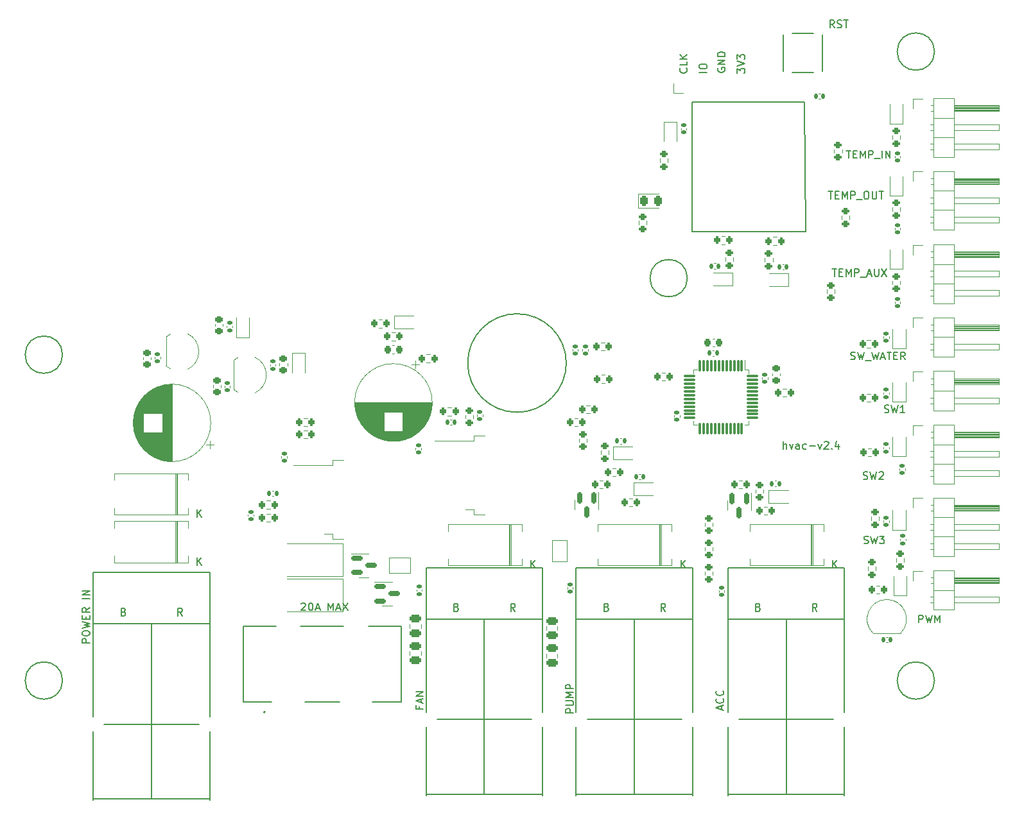
<source format=gto>
%TF.GenerationSoftware,KiCad,Pcbnew,6.0.6-3a73a75311~116~ubuntu20.04.1*%
%TF.CreationDate,2022-07-18T20:20:35-06:00*%
%TF.ProjectId,hvac-v2,68766163-2d76-4322-9e6b-696361645f70,rev?*%
%TF.SameCoordinates,Original*%
%TF.FileFunction,Legend,Top*%
%TF.FilePolarity,Positive*%
%FSLAX46Y46*%
G04 Gerber Fmt 4.6, Leading zero omitted, Abs format (unit mm)*
G04 Created by KiCad (PCBNEW 6.0.6-3a73a75311~116~ubuntu20.04.1) date 2022-07-18 20:20:35*
%MOMM*%
%LPD*%
G01*
G04 APERTURE LIST*
G04 Aperture macros list*
%AMRoundRect*
0 Rectangle with rounded corners*
0 $1 Rounding radius*
0 $2 $3 $4 $5 $6 $7 $8 $9 X,Y pos of 4 corners*
0 Add a 4 corners polygon primitive as box body*
4,1,4,$2,$3,$4,$5,$6,$7,$8,$9,$2,$3,0*
0 Add four circle primitives for the rounded corners*
1,1,$1+$1,$2,$3*
1,1,$1+$1,$4,$5*
1,1,$1+$1,$6,$7*
1,1,$1+$1,$8,$9*
0 Add four rect primitives between the rounded corners*
20,1,$1+$1,$2,$3,$4,$5,0*
20,1,$1+$1,$4,$5,$6,$7,0*
20,1,$1+$1,$6,$7,$8,$9,0*
20,1,$1+$1,$8,$9,$2,$3,0*%
%AMFreePoly0*
4,1,6,1.000000,0.000000,0.500000,-0.750000,-0.500000,-0.750000,-0.500000,0.750000,0.500000,0.750000,1.000000,0.000000,1.000000,0.000000,$1*%
%AMFreePoly1*
4,1,6,0.500000,-0.750000,-0.650000,-0.750000,-0.150000,0.000000,-0.650000,0.750000,0.500000,0.750000,0.500000,-0.750000,0.500000,-0.750000,$1*%
G04 Aperture macros list end*
%ADD10C,0.150000*%
%ADD11C,0.120000*%
%ADD12C,0.127000*%
%ADD13C,0.200000*%
%ADD14RoundRect,0.200000X-0.275000X0.200000X-0.275000X-0.200000X0.275000X-0.200000X0.275000X0.200000X0*%
%ADD15RoundRect,0.200000X0.275000X-0.200000X0.275000X0.200000X-0.275000X0.200000X-0.275000X-0.200000X0*%
%ADD16RoundRect,0.200000X0.200000X0.275000X-0.200000X0.275000X-0.200000X-0.275000X0.200000X-0.275000X0*%
%ADD17RoundRect,0.200000X-0.200000X-0.275000X0.200000X-0.275000X0.200000X0.275000X-0.200000X0.275000X0*%
%ADD18RoundRect,0.150000X-0.587500X-0.150000X0.587500X-0.150000X0.587500X0.150000X-0.587500X0.150000X0*%
%ADD19C,1.000000*%
%ADD20C,3.400000*%
%ADD21RoundRect,0.225000X-0.250000X0.225000X-0.250000X-0.225000X0.250000X-0.225000X0.250000X0.225000X0*%
%ADD22RoundRect,0.140000X-0.140000X-0.170000X0.140000X-0.170000X0.140000X0.170000X-0.140000X0.170000X0*%
%ADD23RoundRect,0.140000X0.170000X-0.140000X0.170000X0.140000X-0.170000X0.140000X-0.170000X-0.140000X0*%
%ADD24RoundRect,0.140000X-0.170000X0.140000X-0.170000X-0.140000X0.170000X-0.140000X0.170000X0.140000X0*%
%ADD25RoundRect,0.140000X0.140000X0.170000X-0.140000X0.170000X-0.140000X-0.170000X0.140000X-0.170000X0*%
%ADD26RoundRect,0.225000X-0.225000X-0.250000X0.225000X-0.250000X0.225000X0.250000X-0.225000X0.250000X0*%
%ADD27RoundRect,0.250000X-0.475000X0.250000X-0.475000X-0.250000X0.475000X-0.250000X0.475000X0.250000X0*%
%ADD28RoundRect,0.250000X0.475000X-0.250000X0.475000X0.250000X-0.475000X0.250000X-0.475000X-0.250000X0*%
%ADD29R,2.000000X2.000000*%
%ADD30C,2.000000*%
%ADD31R,0.600000X0.450000*%
%ADD32R,3.500000X2.300000*%
%ADD33RoundRect,0.243750X-0.243750X-0.456250X0.243750X-0.456250X0.243750X0.456250X-0.243750X0.456250X0*%
%ADD34R,0.450000X0.600000*%
%ADD35R,3.200000X3.200000*%
%ADD36O,3.200000X3.200000*%
%ADD37C,2.625000*%
%ADD38C,3.706000*%
%ADD39C,4.500000*%
%ADD40R,1.700000X1.700000*%
%ADD41O,1.700000X1.700000*%
%ADD42O,6.030000X2.070000*%
%ADD43FreePoly0,270.000000*%
%ADD44FreePoly1,270.000000*%
%ADD45FreePoly0,0.000000*%
%ADD46FreePoly1,0.000000*%
%ADD47RoundRect,0.150000X-0.150000X0.587500X-0.150000X-0.587500X0.150000X-0.587500X0.150000X0.587500X0*%
%ADD48R,1.500000X2.000000*%
%ADD49O,3.000000X3.500000*%
%ADD50RoundRect,0.075000X-0.075000X0.662500X-0.075000X-0.662500X0.075000X-0.662500X0.075000X0.662500X0*%
%ADD51RoundRect,0.075000X-0.662500X0.075000X-0.662500X-0.075000X0.662500X-0.075000X0.662500X0.075000X0*%
%ADD52R,4.600000X0.800000*%
%ADD53R,9.400000X10.800000*%
%ADD54R,1.500000X1.500000*%
%ADD55C,1.500000*%
%ADD56R,1.050000X1.500000*%
%ADD57O,1.050000X1.500000*%
%ADD58O,2.000000X8.000000*%
%ADD59RoundRect,0.225000X0.250000X-0.225000X0.250000X0.225000X-0.250000X0.225000X-0.250000X-0.225000X0*%
G04 APERTURE END LIST*
D10*
X140847619Y-77052380D02*
X141419047Y-77052380D01*
X141133333Y-78052380D02*
X141133333Y-77052380D01*
X141752380Y-77528571D02*
X142085714Y-77528571D01*
X142228571Y-78052380D02*
X141752380Y-78052380D01*
X141752380Y-77052380D01*
X142228571Y-77052380D01*
X142657142Y-78052380D02*
X142657142Y-77052380D01*
X142990476Y-77766666D01*
X143323809Y-77052380D01*
X143323809Y-78052380D01*
X143800000Y-78052380D02*
X143800000Y-77052380D01*
X144180952Y-77052380D01*
X144276190Y-77100000D01*
X144323809Y-77147619D01*
X144371428Y-77242857D01*
X144371428Y-77385714D01*
X144323809Y-77480952D01*
X144276190Y-77528571D01*
X144180952Y-77576190D01*
X143800000Y-77576190D01*
X144561904Y-78147619D02*
X145323809Y-78147619D01*
X145561904Y-78052380D02*
X145561904Y-77052380D01*
X146038095Y-78052380D02*
X146038095Y-77052380D01*
X146609523Y-78052380D01*
X146609523Y-77052380D01*
X138480952Y-82452380D02*
X139052380Y-82452380D01*
X138766666Y-83452380D02*
X138766666Y-82452380D01*
X139385714Y-82928571D02*
X139719047Y-82928571D01*
X139861904Y-83452380D02*
X139385714Y-83452380D01*
X139385714Y-82452380D01*
X139861904Y-82452380D01*
X140290476Y-83452380D02*
X140290476Y-82452380D01*
X140623809Y-83166666D01*
X140957142Y-82452380D01*
X140957142Y-83452380D01*
X141433333Y-83452380D02*
X141433333Y-82452380D01*
X141814285Y-82452380D01*
X141909523Y-82500000D01*
X141957142Y-82547619D01*
X142004761Y-82642857D01*
X142004761Y-82785714D01*
X141957142Y-82880952D01*
X141909523Y-82928571D01*
X141814285Y-82976190D01*
X141433333Y-82976190D01*
X142195238Y-83547619D02*
X142957142Y-83547619D01*
X143385714Y-82452380D02*
X143576190Y-82452380D01*
X143671428Y-82500000D01*
X143766666Y-82595238D01*
X143814285Y-82785714D01*
X143814285Y-83119047D01*
X143766666Y-83309523D01*
X143671428Y-83404761D01*
X143576190Y-83452380D01*
X143385714Y-83452380D01*
X143290476Y-83404761D01*
X143195238Y-83309523D01*
X143147619Y-83119047D01*
X143147619Y-82785714D01*
X143195238Y-82595238D01*
X143290476Y-82500000D01*
X143385714Y-82452380D01*
X144242857Y-82452380D02*
X144242857Y-83261904D01*
X144290476Y-83357142D01*
X144338095Y-83404761D01*
X144433333Y-83452380D01*
X144623809Y-83452380D01*
X144719047Y-83404761D01*
X144766666Y-83357142D01*
X144814285Y-83261904D01*
X144814285Y-82452380D01*
X145147619Y-82452380D02*
X145719047Y-82452380D01*
X145433333Y-83452380D02*
X145433333Y-82452380D01*
X138980952Y-92652380D02*
X139552380Y-92652380D01*
X139266666Y-93652380D02*
X139266666Y-92652380D01*
X139885714Y-93128571D02*
X140219047Y-93128571D01*
X140361904Y-93652380D02*
X139885714Y-93652380D01*
X139885714Y-92652380D01*
X140361904Y-92652380D01*
X140790476Y-93652380D02*
X140790476Y-92652380D01*
X141123809Y-93366666D01*
X141457142Y-92652380D01*
X141457142Y-93652380D01*
X141933333Y-93652380D02*
X141933333Y-92652380D01*
X142314285Y-92652380D01*
X142409523Y-92700000D01*
X142457142Y-92747619D01*
X142504761Y-92842857D01*
X142504761Y-92985714D01*
X142457142Y-93080952D01*
X142409523Y-93128571D01*
X142314285Y-93176190D01*
X141933333Y-93176190D01*
X142695238Y-93747619D02*
X143457142Y-93747619D01*
X143647619Y-93366666D02*
X144123809Y-93366666D01*
X143552380Y-93652380D02*
X143885714Y-92652380D01*
X144219047Y-93652380D01*
X144552380Y-92652380D02*
X144552380Y-93461904D01*
X144600000Y-93557142D01*
X144647619Y-93604761D01*
X144742857Y-93652380D01*
X144933333Y-93652380D01*
X145028571Y-93604761D01*
X145076190Y-93557142D01*
X145123809Y-93461904D01*
X145123809Y-92652380D01*
X145504761Y-92652380D02*
X146171428Y-93652380D01*
X146171428Y-92652380D02*
X145504761Y-93652380D01*
X141428571Y-104604761D02*
X141571428Y-104652380D01*
X141809523Y-104652380D01*
X141904761Y-104604761D01*
X141952380Y-104557142D01*
X142000000Y-104461904D01*
X142000000Y-104366666D01*
X141952380Y-104271428D01*
X141904761Y-104223809D01*
X141809523Y-104176190D01*
X141619047Y-104128571D01*
X141523809Y-104080952D01*
X141476190Y-104033333D01*
X141428571Y-103938095D01*
X141428571Y-103842857D01*
X141476190Y-103747619D01*
X141523809Y-103700000D01*
X141619047Y-103652380D01*
X141857142Y-103652380D01*
X142000000Y-103700000D01*
X142333333Y-103652380D02*
X142571428Y-104652380D01*
X142761904Y-103938095D01*
X142952380Y-104652380D01*
X143190476Y-103652380D01*
X143333333Y-104747619D02*
X144095238Y-104747619D01*
X144238095Y-103652380D02*
X144476190Y-104652380D01*
X144666666Y-103938095D01*
X144857142Y-104652380D01*
X145095238Y-103652380D01*
X145428571Y-104366666D02*
X145904761Y-104366666D01*
X145333333Y-104652380D02*
X145666666Y-103652380D01*
X146000000Y-104652380D01*
X146190476Y-103652380D02*
X146761904Y-103652380D01*
X146476190Y-104652380D02*
X146476190Y-103652380D01*
X147095238Y-104128571D02*
X147428571Y-104128571D01*
X147571428Y-104652380D02*
X147095238Y-104652380D01*
X147095238Y-103652380D01*
X147571428Y-103652380D01*
X148571428Y-104652380D02*
X148238095Y-104176190D01*
X148000000Y-104652380D02*
X148000000Y-103652380D01*
X148380952Y-103652380D01*
X148476190Y-103700000D01*
X148523809Y-103747619D01*
X148571428Y-103842857D01*
X148571428Y-103985714D01*
X148523809Y-104080952D01*
X148476190Y-104128571D01*
X148380952Y-104176190D01*
X148000000Y-104176190D01*
X145866666Y-111604761D02*
X146009523Y-111652380D01*
X146247619Y-111652380D01*
X146342857Y-111604761D01*
X146390476Y-111557142D01*
X146438095Y-111461904D01*
X146438095Y-111366666D01*
X146390476Y-111271428D01*
X146342857Y-111223809D01*
X146247619Y-111176190D01*
X146057142Y-111128571D01*
X145961904Y-111080952D01*
X145914285Y-111033333D01*
X145866666Y-110938095D01*
X145866666Y-110842857D01*
X145914285Y-110747619D01*
X145961904Y-110700000D01*
X146057142Y-110652380D01*
X146295238Y-110652380D01*
X146438095Y-110700000D01*
X146771428Y-110652380D02*
X147009523Y-111652380D01*
X147200000Y-110938095D01*
X147390476Y-111652380D01*
X147628571Y-110652380D01*
X148533333Y-111652380D02*
X147961904Y-111652380D01*
X148247619Y-111652380D02*
X148247619Y-110652380D01*
X148152380Y-110795238D01*
X148057142Y-110890476D01*
X147961904Y-110938095D01*
X143066666Y-120404761D02*
X143209523Y-120452380D01*
X143447619Y-120452380D01*
X143542857Y-120404761D01*
X143590476Y-120357142D01*
X143638095Y-120261904D01*
X143638095Y-120166666D01*
X143590476Y-120071428D01*
X143542857Y-120023809D01*
X143447619Y-119976190D01*
X143257142Y-119928571D01*
X143161904Y-119880952D01*
X143114285Y-119833333D01*
X143066666Y-119738095D01*
X143066666Y-119642857D01*
X143114285Y-119547619D01*
X143161904Y-119500000D01*
X143257142Y-119452380D01*
X143495238Y-119452380D01*
X143638095Y-119500000D01*
X143971428Y-119452380D02*
X144209523Y-120452380D01*
X144400000Y-119738095D01*
X144590476Y-120452380D01*
X144828571Y-119452380D01*
X145161904Y-119547619D02*
X145209523Y-119500000D01*
X145304761Y-119452380D01*
X145542857Y-119452380D01*
X145638095Y-119500000D01*
X145685714Y-119547619D01*
X145733333Y-119642857D01*
X145733333Y-119738095D01*
X145685714Y-119880952D01*
X145114285Y-120452380D01*
X145733333Y-120452380D01*
X143166666Y-128904761D02*
X143309523Y-128952380D01*
X143547619Y-128952380D01*
X143642857Y-128904761D01*
X143690476Y-128857142D01*
X143738095Y-128761904D01*
X143738095Y-128666666D01*
X143690476Y-128571428D01*
X143642857Y-128523809D01*
X143547619Y-128476190D01*
X143357142Y-128428571D01*
X143261904Y-128380952D01*
X143214285Y-128333333D01*
X143166666Y-128238095D01*
X143166666Y-128142857D01*
X143214285Y-128047619D01*
X143261904Y-128000000D01*
X143357142Y-127952380D01*
X143595238Y-127952380D01*
X143738095Y-128000000D01*
X144071428Y-127952380D02*
X144309523Y-128952380D01*
X144500000Y-128238095D01*
X144690476Y-128952380D01*
X144928571Y-127952380D01*
X145214285Y-127952380D02*
X145833333Y-127952380D01*
X145500000Y-128333333D01*
X145642857Y-128333333D01*
X145738095Y-128380952D01*
X145785714Y-128428571D01*
X145833333Y-128523809D01*
X145833333Y-128761904D01*
X145785714Y-128857142D01*
X145738095Y-128904761D01*
X145642857Y-128952380D01*
X145357142Y-128952380D01*
X145261904Y-128904761D01*
X145214285Y-128857142D01*
X150395238Y-139352380D02*
X150395238Y-138352380D01*
X150776190Y-138352380D01*
X150871428Y-138400000D01*
X150919047Y-138447619D01*
X150966666Y-138542857D01*
X150966666Y-138685714D01*
X150919047Y-138780952D01*
X150871428Y-138828571D01*
X150776190Y-138876190D01*
X150395238Y-138876190D01*
X151300000Y-138352380D02*
X151538095Y-139352380D01*
X151728571Y-138638095D01*
X151919047Y-139352380D01*
X152157142Y-138352380D01*
X152538095Y-139352380D02*
X152538095Y-138352380D01*
X152871428Y-139066666D01*
X153204761Y-138352380D01*
X153204761Y-139352380D01*
X126452380Y-66838095D02*
X126452380Y-66219047D01*
X126833333Y-66552380D01*
X126833333Y-66409523D01*
X126880952Y-66314285D01*
X126928571Y-66266666D01*
X127023809Y-66219047D01*
X127261904Y-66219047D01*
X127357142Y-66266666D01*
X127404761Y-66314285D01*
X127452380Y-66409523D01*
X127452380Y-66695238D01*
X127404761Y-66790476D01*
X127357142Y-66838095D01*
X126452380Y-65933333D02*
X127452380Y-65600000D01*
X126452380Y-65266666D01*
X126452380Y-65028571D02*
X126452380Y-64409523D01*
X126833333Y-64742857D01*
X126833333Y-64600000D01*
X126880952Y-64504761D01*
X126928571Y-64457142D01*
X127023809Y-64409523D01*
X127261904Y-64409523D01*
X127357142Y-64457142D01*
X127404761Y-64504761D01*
X127452380Y-64600000D01*
X127452380Y-64885714D01*
X127404761Y-64980952D01*
X127357142Y-65028571D01*
X104852380Y-151257142D02*
X103852380Y-151257142D01*
X103852380Y-150876190D01*
X103900000Y-150780952D01*
X103947619Y-150733333D01*
X104042857Y-150685714D01*
X104185714Y-150685714D01*
X104280952Y-150733333D01*
X104328571Y-150780952D01*
X104376190Y-150876190D01*
X104376190Y-151257142D01*
X103852380Y-150257142D02*
X104661904Y-150257142D01*
X104757142Y-150209523D01*
X104804761Y-150161904D01*
X104852380Y-150066666D01*
X104852380Y-149876190D01*
X104804761Y-149780952D01*
X104757142Y-149733333D01*
X104661904Y-149685714D01*
X103852380Y-149685714D01*
X104852380Y-149209523D02*
X103852380Y-149209523D01*
X104566666Y-148876190D01*
X103852380Y-148542857D01*
X104852380Y-148542857D01*
X104852380Y-148066666D02*
X103852380Y-148066666D01*
X103852380Y-147685714D01*
X103900000Y-147590476D01*
X103947619Y-147542857D01*
X104042857Y-147495238D01*
X104185714Y-147495238D01*
X104280952Y-147542857D01*
X104328571Y-147590476D01*
X104376190Y-147685714D01*
X104376190Y-148066666D01*
X41052380Y-142052380D02*
X40052380Y-142052380D01*
X40052380Y-141671428D01*
X40100000Y-141576190D01*
X40147619Y-141528571D01*
X40242857Y-141480952D01*
X40385714Y-141480952D01*
X40480952Y-141528571D01*
X40528571Y-141576190D01*
X40576190Y-141671428D01*
X40576190Y-142052380D01*
X40052380Y-140861904D02*
X40052380Y-140671428D01*
X40100000Y-140576190D01*
X40195238Y-140480952D01*
X40385714Y-140433333D01*
X40719047Y-140433333D01*
X40909523Y-140480952D01*
X41004761Y-140576190D01*
X41052380Y-140671428D01*
X41052380Y-140861904D01*
X41004761Y-140957142D01*
X40909523Y-141052380D01*
X40719047Y-141100000D01*
X40385714Y-141100000D01*
X40195238Y-141052380D01*
X40100000Y-140957142D01*
X40052380Y-140861904D01*
X40052380Y-140100000D02*
X41052380Y-139861904D01*
X40338095Y-139671428D01*
X41052380Y-139480952D01*
X40052380Y-139242857D01*
X40528571Y-138861904D02*
X40528571Y-138528571D01*
X41052380Y-138385714D02*
X41052380Y-138861904D01*
X40052380Y-138861904D01*
X40052380Y-138385714D01*
X41052380Y-137385714D02*
X40576190Y-137719047D01*
X41052380Y-137957142D02*
X40052380Y-137957142D01*
X40052380Y-137576190D01*
X40100000Y-137480952D01*
X40147619Y-137433333D01*
X40242857Y-137385714D01*
X40385714Y-137385714D01*
X40480952Y-137433333D01*
X40528571Y-137480952D01*
X40576190Y-137576190D01*
X40576190Y-137957142D01*
X41052380Y-136195238D02*
X40052380Y-136195238D01*
X41052380Y-135719047D02*
X40052380Y-135719047D01*
X41052380Y-135147619D01*
X40052380Y-135147619D01*
X119757142Y-66195238D02*
X119804761Y-66242857D01*
X119852380Y-66385714D01*
X119852380Y-66480952D01*
X119804761Y-66623809D01*
X119709523Y-66719047D01*
X119614285Y-66766666D01*
X119423809Y-66814285D01*
X119280952Y-66814285D01*
X119090476Y-66766666D01*
X118995238Y-66719047D01*
X118900000Y-66623809D01*
X118852380Y-66480952D01*
X118852380Y-66385714D01*
X118900000Y-66242857D01*
X118947619Y-66195238D01*
X119852380Y-65290476D02*
X119852380Y-65766666D01*
X118852380Y-65766666D01*
X119852380Y-64957142D02*
X118852380Y-64957142D01*
X119852380Y-64385714D02*
X119280952Y-64814285D01*
X118852380Y-64385714D02*
X119423809Y-64957142D01*
X122452380Y-66723809D02*
X121452380Y-66723809D01*
X121452380Y-66057142D02*
X121452380Y-65866666D01*
X121500000Y-65771428D01*
X121595238Y-65676190D01*
X121785714Y-65628571D01*
X122119047Y-65628571D01*
X122309523Y-65676190D01*
X122404761Y-65771428D01*
X122452380Y-65866666D01*
X122452380Y-66057142D01*
X122404761Y-66152380D01*
X122309523Y-66247619D01*
X122119047Y-66295238D01*
X121785714Y-66295238D01*
X121595238Y-66247619D01*
X121500000Y-66152380D01*
X121452380Y-66057142D01*
X68952380Y-136847619D02*
X69000000Y-136800000D01*
X69095238Y-136752380D01*
X69333333Y-136752380D01*
X69428571Y-136800000D01*
X69476190Y-136847619D01*
X69523809Y-136942857D01*
X69523809Y-137038095D01*
X69476190Y-137180952D01*
X68904761Y-137752380D01*
X69523809Y-137752380D01*
X70142857Y-136752380D02*
X70238095Y-136752380D01*
X70333333Y-136800000D01*
X70380952Y-136847619D01*
X70428571Y-136942857D01*
X70476190Y-137133333D01*
X70476190Y-137371428D01*
X70428571Y-137561904D01*
X70380952Y-137657142D01*
X70333333Y-137704761D01*
X70238095Y-137752380D01*
X70142857Y-137752380D01*
X70047619Y-137704761D01*
X70000000Y-137657142D01*
X69952380Y-137561904D01*
X69904761Y-137371428D01*
X69904761Y-137133333D01*
X69952380Y-136942857D01*
X70000000Y-136847619D01*
X70047619Y-136800000D01*
X70142857Y-136752380D01*
X70857142Y-137466666D02*
X71333333Y-137466666D01*
X70761904Y-137752380D02*
X71095238Y-136752380D01*
X71428571Y-137752380D01*
X72523809Y-137752380D02*
X72523809Y-136752380D01*
X72857142Y-137466666D01*
X73190476Y-136752380D01*
X73190476Y-137752380D01*
X73619047Y-137466666D02*
X74095238Y-137466666D01*
X73523809Y-137752380D02*
X73857142Y-136752380D01*
X74190476Y-137752380D01*
X74428571Y-136752380D02*
X75095238Y-137752380D01*
X75095238Y-136752380D02*
X74428571Y-137752380D01*
X132533333Y-116452380D02*
X132533333Y-115452380D01*
X132961904Y-116452380D02*
X132961904Y-115928571D01*
X132914285Y-115833333D01*
X132819047Y-115785714D01*
X132676190Y-115785714D01*
X132580952Y-115833333D01*
X132533333Y-115880952D01*
X133342857Y-115785714D02*
X133580952Y-116452380D01*
X133819047Y-115785714D01*
X134628571Y-116452380D02*
X134628571Y-115928571D01*
X134580952Y-115833333D01*
X134485714Y-115785714D01*
X134295238Y-115785714D01*
X134200000Y-115833333D01*
X134628571Y-116404761D02*
X134533333Y-116452380D01*
X134295238Y-116452380D01*
X134200000Y-116404761D01*
X134152380Y-116309523D01*
X134152380Y-116214285D01*
X134200000Y-116119047D01*
X134295238Y-116071428D01*
X134533333Y-116071428D01*
X134628571Y-116023809D01*
X135533333Y-116404761D02*
X135438095Y-116452380D01*
X135247619Y-116452380D01*
X135152380Y-116404761D01*
X135104761Y-116357142D01*
X135057142Y-116261904D01*
X135057142Y-115976190D01*
X135104761Y-115880952D01*
X135152380Y-115833333D01*
X135247619Y-115785714D01*
X135438095Y-115785714D01*
X135533333Y-115833333D01*
X135961904Y-116071428D02*
X136723809Y-116071428D01*
X137104761Y-115785714D02*
X137342857Y-116452380D01*
X137580952Y-115785714D01*
X137914285Y-115547619D02*
X137961904Y-115500000D01*
X138057142Y-115452380D01*
X138295238Y-115452380D01*
X138390476Y-115500000D01*
X138438095Y-115547619D01*
X138485714Y-115642857D01*
X138485714Y-115738095D01*
X138438095Y-115880952D01*
X137866666Y-116452380D01*
X138485714Y-116452380D01*
X138914285Y-116357142D02*
X138961904Y-116404761D01*
X138914285Y-116452380D01*
X138866666Y-116404761D01*
X138914285Y-116357142D01*
X138914285Y-116452380D01*
X139819047Y-115785714D02*
X139819047Y-116452380D01*
X139580952Y-115404761D02*
X139342857Y-116119047D01*
X139961904Y-116119047D01*
X84528571Y-150409523D02*
X84528571Y-150742857D01*
X85052380Y-150742857D02*
X84052380Y-150742857D01*
X84052380Y-150266666D01*
X84766666Y-149933333D02*
X84766666Y-149457142D01*
X85052380Y-150028571D02*
X84052380Y-149695238D01*
X85052380Y-149361904D01*
X85052380Y-149028571D02*
X84052380Y-149028571D01*
X85052380Y-148457142D01*
X84052380Y-148457142D01*
X124366666Y-150838095D02*
X124366666Y-150361904D01*
X124652380Y-150933333D02*
X123652380Y-150600000D01*
X124652380Y-150266666D01*
X124557142Y-149361904D02*
X124604761Y-149409523D01*
X124652380Y-149552380D01*
X124652380Y-149647619D01*
X124604761Y-149790476D01*
X124509523Y-149885714D01*
X124414285Y-149933333D01*
X124223809Y-149980952D01*
X124080952Y-149980952D01*
X123890476Y-149933333D01*
X123795238Y-149885714D01*
X123700000Y-149790476D01*
X123652380Y-149647619D01*
X123652380Y-149552380D01*
X123700000Y-149409523D01*
X123747619Y-149361904D01*
X124557142Y-148361904D02*
X124604761Y-148409523D01*
X124652380Y-148552380D01*
X124652380Y-148647619D01*
X124604761Y-148790476D01*
X124509523Y-148885714D01*
X124414285Y-148933333D01*
X124223809Y-148980952D01*
X124080952Y-148980952D01*
X123890476Y-148933333D01*
X123795238Y-148885714D01*
X123700000Y-148790476D01*
X123652380Y-148647619D01*
X123652380Y-148552380D01*
X123700000Y-148409523D01*
X123747619Y-148361904D01*
X139252380Y-60852380D02*
X138919047Y-60376190D01*
X138680952Y-60852380D02*
X138680952Y-59852380D01*
X139061904Y-59852380D01*
X139157142Y-59900000D01*
X139204761Y-59947619D01*
X139252380Y-60042857D01*
X139252380Y-60185714D01*
X139204761Y-60280952D01*
X139157142Y-60328571D01*
X139061904Y-60376190D01*
X138680952Y-60376190D01*
X139633333Y-60804761D02*
X139776190Y-60852380D01*
X140014285Y-60852380D01*
X140109523Y-60804761D01*
X140157142Y-60757142D01*
X140204761Y-60661904D01*
X140204761Y-60566666D01*
X140157142Y-60471428D01*
X140109523Y-60423809D01*
X140014285Y-60376190D01*
X139823809Y-60328571D01*
X139728571Y-60280952D01*
X139680952Y-60233333D01*
X139633333Y-60138095D01*
X139633333Y-60042857D01*
X139680952Y-59947619D01*
X139728571Y-59900000D01*
X139823809Y-59852380D01*
X140061904Y-59852380D01*
X140204761Y-59900000D01*
X140490476Y-59852380D02*
X141061904Y-59852380D01*
X140776190Y-60852380D02*
X140776190Y-59852380D01*
X123900000Y-66161904D02*
X123852380Y-66257142D01*
X123852380Y-66400000D01*
X123900000Y-66542857D01*
X123995238Y-66638095D01*
X124090476Y-66685714D01*
X124280952Y-66733333D01*
X124423809Y-66733333D01*
X124614285Y-66685714D01*
X124709523Y-66638095D01*
X124804761Y-66542857D01*
X124852380Y-66400000D01*
X124852380Y-66304761D01*
X124804761Y-66161904D01*
X124757142Y-66114285D01*
X124423809Y-66114285D01*
X124423809Y-66304761D01*
X124852380Y-65685714D02*
X123852380Y-65685714D01*
X124852380Y-65114285D01*
X123852380Y-65114285D01*
X124852380Y-64638095D02*
X123852380Y-64638095D01*
X123852380Y-64400000D01*
X123900000Y-64257142D01*
X123995238Y-64161904D01*
X124090476Y-64114285D01*
X124280952Y-64066666D01*
X124423809Y-64066666D01*
X124614285Y-64114285D01*
X124709523Y-64161904D01*
X124804761Y-64257142D01*
X124852380Y-64400000D01*
X124852380Y-64638095D01*
%TO.C,D8*%
X55238095Y-125452380D02*
X55238095Y-124452380D01*
X55809523Y-125452380D02*
X55380952Y-124880952D01*
X55809523Y-124452380D02*
X55238095Y-125023809D01*
%TO.C,D9*%
X55238095Y-131752380D02*
X55238095Y-130752380D01*
X55809523Y-131752380D02*
X55380952Y-131180952D01*
X55809523Y-130752380D02*
X55238095Y-131323809D01*
%TO.C,D17*%
X119038095Y-132152380D02*
X119038095Y-131152380D01*
X119609523Y-132152380D02*
X119180952Y-131580952D01*
X119609523Y-131152380D02*
X119038095Y-131723809D01*
%TO.C,D18*%
X139038095Y-132152380D02*
X139038095Y-131152380D01*
X139609523Y-132152380D02*
X139180952Y-131580952D01*
X139609523Y-131152380D02*
X139038095Y-131723809D01*
%TO.C,J4*%
X53259523Y-138452380D02*
X52926190Y-137976190D01*
X52688095Y-138452380D02*
X52688095Y-137452380D01*
X53069047Y-137452380D01*
X53164285Y-137500000D01*
X53211904Y-137547619D01*
X53259523Y-137642857D01*
X53259523Y-137785714D01*
X53211904Y-137880952D01*
X53164285Y-137928571D01*
X53069047Y-137976190D01*
X52688095Y-137976190D01*
X45521428Y-137928571D02*
X45664285Y-137976190D01*
X45711904Y-138023809D01*
X45759523Y-138119047D01*
X45759523Y-138261904D01*
X45711904Y-138357142D01*
X45664285Y-138404761D01*
X45569047Y-138452380D01*
X45188095Y-138452380D01*
X45188095Y-137452380D01*
X45521428Y-137452380D01*
X45616666Y-137500000D01*
X45664285Y-137547619D01*
X45711904Y-137642857D01*
X45711904Y-137738095D01*
X45664285Y-137833333D01*
X45616666Y-137880952D01*
X45521428Y-137928571D01*
X45188095Y-137928571D01*
%TO.C,J7*%
X116959523Y-137852380D02*
X116626190Y-137376190D01*
X116388095Y-137852380D02*
X116388095Y-136852380D01*
X116769047Y-136852380D01*
X116864285Y-136900000D01*
X116911904Y-136947619D01*
X116959523Y-137042857D01*
X116959523Y-137185714D01*
X116911904Y-137280952D01*
X116864285Y-137328571D01*
X116769047Y-137376190D01*
X116388095Y-137376190D01*
X109221428Y-137328571D02*
X109364285Y-137376190D01*
X109411904Y-137423809D01*
X109459523Y-137519047D01*
X109459523Y-137661904D01*
X109411904Y-137757142D01*
X109364285Y-137804761D01*
X109269047Y-137852380D01*
X108888095Y-137852380D01*
X108888095Y-136852380D01*
X109221428Y-136852380D01*
X109316666Y-136900000D01*
X109364285Y-136947619D01*
X109411904Y-137042857D01*
X109411904Y-137138095D01*
X109364285Y-137233333D01*
X109316666Y-137280952D01*
X109221428Y-137328571D01*
X108888095Y-137328571D01*
%TO.C,J8*%
X136959523Y-137852380D02*
X136626190Y-137376190D01*
X136388095Y-137852380D02*
X136388095Y-136852380D01*
X136769047Y-136852380D01*
X136864285Y-136900000D01*
X136911904Y-136947619D01*
X136959523Y-137042857D01*
X136959523Y-137185714D01*
X136911904Y-137280952D01*
X136864285Y-137328571D01*
X136769047Y-137376190D01*
X136388095Y-137376190D01*
X129221428Y-137328571D02*
X129364285Y-137376190D01*
X129411904Y-137423809D01*
X129459523Y-137519047D01*
X129459523Y-137661904D01*
X129411904Y-137757142D01*
X129364285Y-137804761D01*
X129269047Y-137852380D01*
X128888095Y-137852380D01*
X128888095Y-136852380D01*
X129221428Y-136852380D01*
X129316666Y-136900000D01*
X129364285Y-136947619D01*
X129411904Y-137042857D01*
X129411904Y-137138095D01*
X129364285Y-137233333D01*
X129316666Y-137280952D01*
X129221428Y-137328571D01*
X128888095Y-137328571D01*
%TO.C,J1*%
X89421428Y-137328571D02*
X89564285Y-137376190D01*
X89611904Y-137423809D01*
X89659523Y-137519047D01*
X89659523Y-137661904D01*
X89611904Y-137757142D01*
X89564285Y-137804761D01*
X89469047Y-137852380D01*
X89088095Y-137852380D01*
X89088095Y-136852380D01*
X89421428Y-136852380D01*
X89516666Y-136900000D01*
X89564285Y-136947619D01*
X89611904Y-137042857D01*
X89611904Y-137138095D01*
X89564285Y-137233333D01*
X89516666Y-137280952D01*
X89421428Y-137328571D01*
X89088095Y-137328571D01*
X97159523Y-137852380D02*
X96826190Y-137376190D01*
X96588095Y-137852380D02*
X96588095Y-136852380D01*
X96969047Y-136852380D01*
X97064285Y-136900000D01*
X97111904Y-136947619D01*
X97159523Y-137042857D01*
X97159523Y-137185714D01*
X97111904Y-137280952D01*
X97064285Y-137328571D01*
X96969047Y-137376190D01*
X96588095Y-137376190D01*
%TO.C,D3*%
X99238095Y-132152380D02*
X99238095Y-131152380D01*
X99809523Y-132152380D02*
X99380952Y-131580952D01*
X99809523Y-131152380D02*
X99238095Y-131723809D01*
D11*
%TO.C,R45*%
X138257500Y-95422742D02*
X138257500Y-95897258D01*
X139302500Y-95422742D02*
X139302500Y-95897258D01*
%TO.C,R44*%
X140207500Y-85682742D02*
X140207500Y-86157258D01*
X141252500Y-85682742D02*
X141252500Y-86157258D01*
%TO.C,R43*%
X139227500Y-76892742D02*
X139227500Y-77367258D01*
X140272500Y-76892742D02*
X140272500Y-77367258D01*
%TO.C,R42*%
X143687500Y-131962742D02*
X143687500Y-132437258D01*
X144732500Y-131962742D02*
X144732500Y-132437258D01*
%TO.C,R41*%
X117312500Y-78587258D02*
X117312500Y-78112742D01*
X116267500Y-78587258D02*
X116267500Y-78112742D01*
%TO.C,R40*%
X116967258Y-106347500D02*
X116492742Y-106347500D01*
X116967258Y-107392500D02*
X116492742Y-107392500D01*
%TO.C,R39*%
X123232500Y-133087258D02*
X123232500Y-132612742D01*
X122187500Y-133087258D02*
X122187500Y-132612742D01*
%TO.C,R38*%
X85947258Y-103967500D02*
X85472742Y-103967500D01*
X85947258Y-105012500D02*
X85472742Y-105012500D01*
%TO.C,R31*%
X108512742Y-107722500D02*
X108987258Y-107722500D01*
X108512742Y-106677500D02*
X108987258Y-106677500D01*
%TO.C,Q4*%
X80270000Y-133980000D02*
X80920000Y-133980000D01*
X80270000Y-137100000D02*
X80920000Y-137100000D01*
X80270000Y-133980000D02*
X78595000Y-133980000D01*
X80270000Y-137100000D02*
X79620000Y-137100000D01*
D10*
%TO.C,BZ1*%
X103900000Y-105100000D02*
G75*
G03*
X103900000Y-105100000I-6500000J0D01*
G01*
D11*
%TO.C,C1*%
X132110000Y-106459420D02*
X132110000Y-106740580D01*
X131090000Y-106459420D02*
X131090000Y-106740580D01*
%TO.C,C2*%
X137192164Y-70260000D02*
X137407836Y-70260000D01*
X137192164Y-69540000D02*
X137407836Y-69540000D01*
%TO.C,C3*%
X92140000Y-112107836D02*
X92140000Y-111892164D01*
X92860000Y-112107836D02*
X92860000Y-111892164D01*
%TO.C,C5*%
X130460000Y-106992164D02*
X130460000Y-107207836D01*
X129740000Y-106992164D02*
X129740000Y-107207836D01*
%TO.C,C6*%
X113492164Y-120460000D02*
X113707836Y-120460000D01*
X113492164Y-119740000D02*
X113707836Y-119740000D01*
%TO.C,C7*%
X88807836Y-113260000D02*
X88592164Y-113260000D01*
X88807836Y-112540000D02*
X88592164Y-112540000D01*
%TO.C,C8*%
X123192164Y-103440000D02*
X123407836Y-103440000D01*
X123192164Y-104160000D02*
X123407836Y-104160000D01*
%TO.C,C9*%
X123159420Y-102910000D02*
X123440580Y-102910000D01*
X123159420Y-101890000D02*
X123440580Y-101890000D01*
%TO.C,C10*%
X102735000Y-139838748D02*
X102735000Y-140361252D01*
X101265000Y-139838748D02*
X101265000Y-140361252D01*
%TO.C,C11*%
X101265000Y-143438748D02*
X101265000Y-143961252D01*
X102735000Y-143438748D02*
X102735000Y-143961252D01*
%TO.C,C12*%
X84040000Y-116507836D02*
X84040000Y-116292164D01*
X84760000Y-116507836D02*
X84760000Y-116292164D01*
%TO.C,C13*%
X66340000Y-117607836D02*
X66340000Y-117392164D01*
X67060000Y-117607836D02*
X67060000Y-117392164D01*
%TO.C,C14*%
X80959420Y-103810000D02*
X81240580Y-103810000D01*
X80959420Y-102790000D02*
X81240580Y-102790000D01*
%TO.C,C15*%
X83265000Y-140061252D02*
X83265000Y-139538748D01*
X84735000Y-140061252D02*
X84735000Y-139538748D01*
%TO.C,C16*%
X83265000Y-143661252D02*
X83265000Y-143138748D01*
X84735000Y-143661252D02*
X84735000Y-143138748D01*
%TO.C,C17*%
X84140000Y-135207836D02*
X84140000Y-134992164D01*
X84860000Y-135207836D02*
X84860000Y-134992164D01*
%TO.C,C18*%
X65307836Y-121940000D02*
X65092164Y-121940000D01*
X65307836Y-122660000D02*
X65092164Y-122660000D01*
%TO.C,C19*%
X47339000Y-115289000D02*
X47339000Y-110711000D01*
X46819000Y-113599000D02*
X46819000Y-112401000D01*
X50419000Y-111759000D02*
X50419000Y-108138000D01*
X49699000Y-111759000D02*
X49699000Y-108416000D01*
X50299000Y-117824000D02*
X50299000Y-114241000D01*
X49219000Y-111759000D02*
X49219000Y-108677000D01*
X47979000Y-116254000D02*
X47979000Y-109746000D01*
X49739000Y-117603000D02*
X49739000Y-114241000D01*
X48499000Y-116789000D02*
X48499000Y-114241000D01*
X47299000Y-115209000D02*
X47299000Y-110791000D01*
X48259000Y-116561000D02*
X48259000Y-114241000D01*
X50099000Y-117754000D02*
X50099000Y-114241000D01*
X49179000Y-111759000D02*
X49179000Y-108702000D01*
X48379000Y-111759000D02*
X48379000Y-109321000D01*
X46979000Y-114378000D02*
X46979000Y-111622000D01*
X48619000Y-111759000D02*
X48619000Y-109108000D01*
X50579000Y-111759000D02*
X50579000Y-108093000D01*
X50699000Y-117938000D02*
X50699000Y-108062000D01*
X47019000Y-114510000D02*
X47019000Y-111490000D01*
X49419000Y-117440000D02*
X49419000Y-114241000D01*
X48939000Y-111759000D02*
X48939000Y-108862000D01*
X49979000Y-111759000D02*
X49979000Y-108293000D01*
X51260000Y-118040000D02*
X51260000Y-107960000D01*
X46859000Y-113862000D02*
X46859000Y-112138000D01*
X46899000Y-114062000D02*
X46899000Y-111938000D01*
X49459000Y-117462000D02*
X49459000Y-114241000D01*
X51340000Y-118050000D02*
X51340000Y-107950000D01*
X47099000Y-114742000D02*
X47099000Y-111258000D01*
X49299000Y-117371000D02*
X49299000Y-114241000D01*
X50339000Y-117837000D02*
X50339000Y-114241000D01*
X48099000Y-116392000D02*
X48099000Y-109608000D01*
X48739000Y-111759000D02*
X48739000Y-109011000D01*
X51580000Y-118070000D02*
X51580000Y-107930000D01*
X51500000Y-118065000D02*
X51500000Y-107935000D01*
X48819000Y-111759000D02*
X48819000Y-108950000D01*
X51860000Y-118080000D02*
X51860000Y-107920000D01*
X51380000Y-118054000D02*
X51380000Y-107946000D01*
X50339000Y-111759000D02*
X50339000Y-108163000D01*
X49259000Y-117347000D02*
X49259000Y-114241000D01*
X48539000Y-111759000D02*
X48539000Y-109176000D01*
X48419000Y-111759000D02*
X48419000Y-109284000D01*
X50619000Y-111759000D02*
X50619000Y-108082000D01*
X49099000Y-111759000D02*
X49099000Y-108753000D01*
X48619000Y-116892000D02*
X48619000Y-114241000D01*
X47579000Y-115709000D02*
X47579000Y-110291000D01*
X47499000Y-115579000D02*
X47499000Y-110421000D01*
X51420000Y-118058000D02*
X51420000Y-107942000D01*
X47819000Y-116054000D02*
X47819000Y-109946000D01*
X49379000Y-111759000D02*
X49379000Y-108583000D01*
X47179000Y-114944000D02*
X47179000Y-111056000D01*
X48659000Y-116925000D02*
X48659000Y-114241000D01*
X47939000Y-116206000D02*
X47939000Y-109794000D01*
X49059000Y-111759000D02*
X49059000Y-108779000D01*
X49459000Y-111759000D02*
X49459000Y-108538000D01*
X47539000Y-115645000D02*
X47539000Y-110355000D01*
X49499000Y-117483000D02*
X49499000Y-114241000D01*
X49219000Y-117323000D02*
X49219000Y-114241000D01*
X47779000Y-116000000D02*
X47779000Y-110000000D01*
X49339000Y-111759000D02*
X49339000Y-108605000D01*
X49139000Y-117273000D02*
X49139000Y-114241000D01*
X48219000Y-116520000D02*
X48219000Y-114241000D01*
X47739000Y-115945000D02*
X47739000Y-110055000D01*
X47379000Y-115365000D02*
X47379000Y-110635000D01*
X51460000Y-118062000D02*
X51460000Y-107938000D01*
X51300000Y-118045000D02*
X51300000Y-107955000D01*
X50259000Y-111759000D02*
X50259000Y-108189000D01*
X50459000Y-117874000D02*
X50459000Y-114241000D01*
X50179000Y-111759000D02*
X50179000Y-108217000D01*
X48859000Y-111759000D02*
X48859000Y-108920000D01*
X48219000Y-111759000D02*
X48219000Y-109480000D01*
X48179000Y-116478000D02*
X48179000Y-114241000D01*
X48739000Y-116989000D02*
X48739000Y-114241000D01*
X48019000Y-116301000D02*
X48019000Y-109699000D01*
X48699000Y-111759000D02*
X48699000Y-109043000D01*
X48539000Y-116824000D02*
X48539000Y-114241000D01*
X49779000Y-117621000D02*
X49779000Y-114241000D01*
X49699000Y-117584000D02*
X49699000Y-114241000D01*
X48939000Y-117138000D02*
X48939000Y-114241000D01*
X47659000Y-115830000D02*
X47659000Y-110170000D01*
X49859000Y-111759000D02*
X49859000Y-108343000D01*
X48699000Y-116957000D02*
X48699000Y-114241000D01*
X51059000Y-118011000D02*
X51059000Y-107989000D01*
X47859000Y-116106000D02*
X47859000Y-109894000D01*
X50019000Y-117723000D02*
X50019000Y-114241000D01*
X48379000Y-116679000D02*
X48379000Y-114241000D01*
X49339000Y-117395000D02*
X49339000Y-114241000D01*
X50219000Y-117797000D02*
X50219000Y-114241000D01*
X50939000Y-117990000D02*
X50939000Y-108010000D01*
X50659000Y-117928000D02*
X50659000Y-108072000D01*
X51099000Y-118018000D02*
X51099000Y-107982000D01*
X48299000Y-116601000D02*
X48299000Y-114241000D01*
X51220000Y-118035000D02*
X51220000Y-107965000D01*
X51019000Y-118004000D02*
X51019000Y-107996000D01*
X51780000Y-118079000D02*
X51780000Y-107921000D01*
X49739000Y-111759000D02*
X49739000Y-108397000D01*
X48899000Y-117110000D02*
X48899000Y-114241000D01*
X47619000Y-115770000D02*
X47619000Y-110230000D01*
X50099000Y-111759000D02*
X50099000Y-108246000D01*
X48779000Y-117020000D02*
X48779000Y-114241000D01*
X49779000Y-111759000D02*
X49779000Y-108379000D01*
X50139000Y-111759000D02*
X50139000Y-108232000D01*
X49659000Y-111759000D02*
X49659000Y-108436000D01*
X49939000Y-111759000D02*
X49939000Y-108310000D01*
X49179000Y-117298000D02*
X49179000Y-114241000D01*
X51620000Y-118073000D02*
X51620000Y-107927000D01*
X48339000Y-111759000D02*
X48339000Y-109360000D01*
X48859000Y-117080000D02*
X48859000Y-114241000D01*
X47259000Y-115125000D02*
X47259000Y-110875000D01*
X48779000Y-111759000D02*
X48779000Y-108980000D01*
X50819000Y-117965000D02*
X50819000Y-108035000D01*
X48579000Y-111759000D02*
X48579000Y-109142000D01*
X49019000Y-111759000D02*
X49019000Y-108806000D01*
X51900000Y-118080000D02*
X51900000Y-107920000D01*
X49899000Y-117674000D02*
X49899000Y-114241000D01*
X48299000Y-111759000D02*
X48299000Y-109399000D01*
X50499000Y-117885000D02*
X50499000Y-114241000D01*
X49379000Y-117417000D02*
X49379000Y-114241000D01*
X49579000Y-117525000D02*
X49579000Y-114241000D01*
X50739000Y-117947000D02*
X50739000Y-108053000D01*
X49819000Y-117639000D02*
X49819000Y-114241000D01*
X51660000Y-118075000D02*
X51660000Y-107925000D01*
X49539000Y-111759000D02*
X49539000Y-108496000D01*
X48659000Y-111759000D02*
X48659000Y-109075000D01*
X56879646Y-116375000D02*
X56879646Y-115375000D01*
X47059000Y-114630000D02*
X47059000Y-111370000D01*
X49139000Y-111759000D02*
X49139000Y-108727000D01*
X51540000Y-118068000D02*
X51540000Y-107932000D01*
X57379646Y-115875000D02*
X56379646Y-115875000D01*
X48419000Y-116716000D02*
X48419000Y-114241000D01*
X48899000Y-111759000D02*
X48899000Y-108890000D01*
X49499000Y-111759000D02*
X49499000Y-108517000D01*
X48579000Y-116858000D02*
X48579000Y-114241000D01*
X48179000Y-111759000D02*
X48179000Y-109522000D01*
X49299000Y-111759000D02*
X49299000Y-108629000D01*
X50499000Y-111759000D02*
X50499000Y-108115000D01*
X49099000Y-117247000D02*
X49099000Y-114241000D01*
X49859000Y-117657000D02*
X49859000Y-114241000D01*
X47459000Y-115510000D02*
X47459000Y-110490000D01*
X50779000Y-117956000D02*
X50779000Y-108044000D01*
X49979000Y-117707000D02*
X49979000Y-114241000D01*
X50259000Y-117811000D02*
X50259000Y-114241000D01*
X51820000Y-118080000D02*
X51820000Y-107920000D01*
X49939000Y-117690000D02*
X49939000Y-114241000D01*
X47139000Y-114846000D02*
X47139000Y-111154000D01*
X50539000Y-111759000D02*
X50539000Y-108103000D01*
X50379000Y-111759000D02*
X50379000Y-108150000D01*
X51179000Y-118030000D02*
X51179000Y-107970000D01*
X48499000Y-111759000D02*
X48499000Y-109211000D01*
X50379000Y-117850000D02*
X50379000Y-114241000D01*
X48459000Y-116753000D02*
X48459000Y-114241000D01*
X46939000Y-114230000D02*
X46939000Y-111770000D01*
X49059000Y-117221000D02*
X49059000Y-114241000D01*
X48979000Y-117166000D02*
X48979000Y-114241000D01*
X51700000Y-118077000D02*
X51700000Y-107923000D01*
X50139000Y-117768000D02*
X50139000Y-114241000D01*
X50059000Y-111759000D02*
X50059000Y-108262000D01*
X51740000Y-118078000D02*
X51740000Y-107922000D01*
X49619000Y-117545000D02*
X49619000Y-114241000D01*
X47899000Y-116156000D02*
X47899000Y-109844000D01*
X50019000Y-111759000D02*
X50019000Y-108277000D01*
X48339000Y-116640000D02*
X48339000Y-114241000D01*
X51139000Y-118024000D02*
X51139000Y-107976000D01*
X50419000Y-117862000D02*
X50419000Y-114241000D01*
X50979000Y-117997000D02*
X50979000Y-108003000D01*
X50299000Y-111759000D02*
X50299000Y-108176000D01*
X47219000Y-115037000D02*
X47219000Y-110963000D01*
X48979000Y-111759000D02*
X48979000Y-108834000D01*
X49019000Y-117194000D02*
X49019000Y-114241000D01*
X50179000Y-117783000D02*
X50179000Y-114241000D01*
X49659000Y-117564000D02*
X49659000Y-114241000D01*
X50859000Y-117974000D02*
X50859000Y-108026000D01*
X49819000Y-111759000D02*
X49819000Y-108361000D01*
X47419000Y-115439000D02*
X47419000Y-110561000D01*
X49619000Y-111759000D02*
X49619000Y-108455000D01*
X49539000Y-117504000D02*
X49539000Y-114241000D01*
X47699000Y-115889000D02*
X47699000Y-110111000D01*
X48459000Y-111759000D02*
X48459000Y-109247000D01*
X50539000Y-117897000D02*
X50539000Y-114241000D01*
X50219000Y-111759000D02*
X50219000Y-108203000D01*
X50619000Y-117918000D02*
X50619000Y-114241000D01*
X50459000Y-111759000D02*
X50459000Y-108126000D01*
X49579000Y-111759000D02*
X49579000Y-108475000D01*
X49419000Y-111759000D02*
X49419000Y-108560000D01*
X48819000Y-117050000D02*
X48819000Y-114241000D01*
X49259000Y-111759000D02*
X49259000Y-108653000D01*
X50579000Y-117907000D02*
X50579000Y-114241000D01*
X50059000Y-117738000D02*
X50059000Y-114241000D01*
X49899000Y-111759000D02*
X49899000Y-108326000D01*
X48059000Y-116347000D02*
X48059000Y-109653000D01*
X48139000Y-116436000D02*
X48139000Y-109564000D01*
X48259000Y-111759000D02*
X48259000Y-109439000D01*
X50899000Y-117982000D02*
X50899000Y-108018000D01*
X57020000Y-113000000D02*
G75*
G03*
X57020000Y-113000000I-5120000J0D01*
G01*
%TO.C,C20*%
X61940000Y-125307836D02*
X61940000Y-125092164D01*
X62660000Y-125307836D02*
X62660000Y-125092164D01*
%TO.C,C21*%
X132392164Y-92040000D02*
X132607836Y-92040000D01*
X132392164Y-92760000D02*
X132607836Y-92760000D01*
%TO.C,C22*%
X106760000Y-103292164D02*
X106760000Y-103507836D01*
X106040000Y-103292164D02*
X106040000Y-103507836D01*
%TO.C,C23*%
X104740000Y-103292164D02*
X104740000Y-103507836D01*
X105460000Y-103292164D02*
X105460000Y-103507836D01*
%TO.C,C24*%
X119760000Y-74092164D02*
X119760000Y-74307836D01*
X119040000Y-74092164D02*
X119040000Y-74307836D01*
%TO.C,C25*%
X110992164Y-115040000D02*
X111207836Y-115040000D01*
X110992164Y-115760000D02*
X111207836Y-115760000D01*
%TO.C,C26*%
X131392164Y-121360000D02*
X131607836Y-121360000D01*
X131392164Y-120640000D02*
X131607836Y-120640000D01*
%TO.C,C27*%
X123392164Y-91940000D02*
X123607836Y-91940000D01*
X123392164Y-92660000D02*
X123607836Y-92660000D01*
%TO.C,C28*%
X145740000Y-116407836D02*
X145740000Y-116192164D01*
X146460000Y-116407836D02*
X146460000Y-116192164D01*
%TO.C,C29*%
X146460000Y-126107836D02*
X146460000Y-125892164D01*
X145740000Y-126107836D02*
X145740000Y-125892164D01*
%TO.C,C30*%
X58840000Y-108092164D02*
X58840000Y-108307836D01*
X59560000Y-108092164D02*
X59560000Y-108307836D01*
%TO.C,C31*%
X145740000Y-101807836D02*
X145740000Y-101592164D01*
X146460000Y-101807836D02*
X146460000Y-101592164D01*
%TO.C,C32*%
X145740000Y-109207836D02*
X145740000Y-108992164D01*
X146460000Y-109207836D02*
X146460000Y-108992164D01*
%TO.C,C33*%
X104040000Y-134907836D02*
X104040000Y-134692164D01*
X104760000Y-134907836D02*
X104760000Y-134692164D01*
%TO.C,C34*%
X124040000Y-135307836D02*
X124040000Y-135092164D01*
X124760000Y-135307836D02*
X124760000Y-135092164D01*
%TO.C,C35*%
X64840000Y-105272164D02*
X64840000Y-105487836D01*
X65560000Y-105272164D02*
X65560000Y-105487836D01*
%TO.C,C36*%
X148560000Y-119227836D02*
X148560000Y-119012164D01*
X147840000Y-119227836D02*
X147840000Y-119012164D01*
%TO.C,C37*%
X147940000Y-128507836D02*
X147940000Y-128292164D01*
X148660000Y-128507836D02*
X148660000Y-128292164D01*
%TO.C,C38*%
X67110000Y-105159420D02*
X67110000Y-105440580D01*
X66090000Y-105159420D02*
X66090000Y-105440580D01*
%TO.C,C39*%
X83465000Y-114821000D02*
X78735000Y-114821000D01*
X79859000Y-112581000D02*
X76555000Y-112581000D01*
X79859000Y-112301000D02*
X76426000Y-112301000D01*
X85583000Y-112701000D02*
X82341000Y-112701000D01*
X79859000Y-112661000D02*
X76596000Y-112661000D01*
X85997000Y-111661000D02*
X82341000Y-111661000D01*
X79859000Y-111621000D02*
X76193000Y-111621000D01*
X86118000Y-111101000D02*
X76082000Y-111101000D01*
X79859000Y-112141000D02*
X76362000Y-112141000D01*
X79859000Y-113701000D02*
X77311000Y-113701000D01*
X84475000Y-105320354D02*
X83475000Y-105320354D01*
X85025000Y-113541000D02*
X82341000Y-113541000D01*
X85625000Y-112621000D02*
X82341000Y-112621000D01*
X85120000Y-113421000D02*
X82341000Y-113421000D01*
X86028000Y-111541000D02*
X76172000Y-111541000D01*
X79859000Y-113981000D02*
X77580000Y-113981000D01*
X79859000Y-111941000D02*
X76289000Y-111941000D01*
X86124000Y-111061000D02*
X76076000Y-111061000D01*
X83610000Y-114741000D02*
X78590000Y-114741000D01*
X85897000Y-111981000D02*
X82341000Y-111981000D01*
X86173000Y-110580000D02*
X76027000Y-110580000D01*
X79859000Y-113621000D02*
X77242000Y-113621000D01*
X79859000Y-112021000D02*
X76317000Y-112021000D01*
X85868000Y-112061000D02*
X82341000Y-112061000D01*
X85823000Y-112181000D02*
X82341000Y-112181000D01*
X85398000Y-113021000D02*
X82341000Y-113021000D01*
X82946000Y-115061000D02*
X79254000Y-115061000D01*
X85495000Y-112861000D02*
X82341000Y-112861000D01*
X79859000Y-112101000D02*
X76346000Y-112101000D01*
X86162000Y-110740000D02*
X76038000Y-110740000D01*
X85238000Y-113261000D02*
X82341000Y-113261000D01*
X82330000Y-115261000D02*
X79870000Y-115261000D01*
X79859000Y-111981000D02*
X76303000Y-111981000D01*
X79859000Y-112461000D02*
X76497000Y-112461000D01*
X86177000Y-110500000D02*
X76023000Y-110500000D01*
X79859000Y-113381000D02*
X77050000Y-113381000D01*
X86145000Y-110900000D02*
X76055000Y-110900000D01*
X83989000Y-114501000D02*
X78211000Y-114501000D01*
X84924000Y-113661000D02*
X82341000Y-113661000D01*
X79859000Y-113261000D02*
X76962000Y-113261000D01*
X79859000Y-113061000D02*
X76827000Y-113061000D01*
X83975000Y-104820354D02*
X83975000Y-105820354D01*
X79859000Y-113021000D02*
X76802000Y-113021000D01*
X81962000Y-115341000D02*
X80238000Y-115341000D01*
X79859000Y-114021000D02*
X77622000Y-114021000D01*
X79859000Y-112541000D02*
X76536000Y-112541000D01*
X85423000Y-112981000D02*
X82341000Y-112981000D01*
X85347000Y-113101000D02*
X82341000Y-113101000D01*
X79859000Y-113941000D02*
X77539000Y-113941000D01*
X79859000Y-113421000D02*
X77080000Y-113421000D01*
X85739000Y-112381000D02*
X82341000Y-112381000D01*
X79859000Y-112341000D02*
X76443000Y-112341000D01*
X85774000Y-112301000D02*
X82341000Y-112301000D01*
X79859000Y-111741000D02*
X76226000Y-111741000D01*
X86130000Y-111021000D02*
X76070000Y-111021000D01*
X85807000Y-112221000D02*
X82341000Y-112221000D01*
X86180000Y-110340000D02*
X76020000Y-110340000D01*
X79859000Y-113861000D02*
X77460000Y-113861000D01*
X82610000Y-115181000D02*
X79590000Y-115181000D01*
X85974000Y-111741000D02*
X82341000Y-111741000D01*
X82730000Y-115141000D02*
X79470000Y-115141000D01*
X85562000Y-112741000D02*
X82341000Y-112741000D01*
X85294000Y-113181000D02*
X82341000Y-113181000D01*
X85180000Y-113341000D02*
X82341000Y-113341000D01*
X79859000Y-112901000D02*
X76729000Y-112901000D01*
X83389000Y-114861000D02*
X78811000Y-114861000D01*
X79859000Y-112501000D02*
X76516000Y-112501000D01*
X79859000Y-112821000D02*
X76683000Y-112821000D01*
X83679000Y-114701000D02*
X78521000Y-114701000D01*
X84889000Y-113701000D02*
X82341000Y-113701000D01*
X85838000Y-112141000D02*
X82341000Y-112141000D01*
X84256000Y-114301000D02*
X77944000Y-114301000D01*
X85721000Y-112421000D02*
X82341000Y-112421000D01*
X79859000Y-111581000D02*
X76182000Y-111581000D01*
X79859000Y-112061000D02*
X76332000Y-112061000D01*
X84536000Y-114061000D02*
X77664000Y-114061000D01*
X84578000Y-114021000D02*
X82341000Y-114021000D01*
X84401000Y-114181000D02*
X77799000Y-114181000D01*
X85057000Y-113501000D02*
X82341000Y-113501000D01*
X79859000Y-113501000D02*
X77143000Y-113501000D01*
X79859000Y-113221000D02*
X76934000Y-113221000D01*
X86090000Y-111261000D02*
X76110000Y-111261000D01*
X79859000Y-113301000D02*
X76990000Y-113301000D01*
X85266000Y-113221000D02*
X82341000Y-113221000D01*
X83930000Y-114541000D02*
X78270000Y-114541000D01*
X79859000Y-111701000D02*
X76215000Y-111701000D01*
X82842000Y-115101000D02*
X79358000Y-115101000D01*
X79859000Y-111821000D02*
X76250000Y-111821000D01*
X79859000Y-112621000D02*
X76575000Y-112621000D01*
X82162000Y-115301000D02*
X80038000Y-115301000D01*
X84701000Y-113901000D02*
X82341000Y-113901000D01*
X79859000Y-112701000D02*
X76617000Y-112701000D01*
X79859000Y-113741000D02*
X77347000Y-113741000D01*
X83745000Y-114661000D02*
X78455000Y-114661000D01*
X83539000Y-114781000D02*
X78661000Y-114781000D01*
X86165000Y-110700000D02*
X76035000Y-110700000D01*
X79859000Y-113341000D02*
X77020000Y-113341000D01*
X85471000Y-112901000D02*
X82341000Y-112901000D01*
X86178000Y-110460000D02*
X76022000Y-110460000D01*
X79859000Y-112221000D02*
X76393000Y-112221000D01*
X79859000Y-112861000D02*
X76705000Y-112861000D01*
X85684000Y-112501000D02*
X82341000Y-112501000D01*
X86038000Y-111501000D02*
X76162000Y-111501000D01*
X83225000Y-114941000D02*
X78975000Y-114941000D01*
X85517000Y-112821000D02*
X82341000Y-112821000D01*
X85321000Y-113141000D02*
X82341000Y-113141000D01*
X84306000Y-114261000D02*
X77894000Y-114261000D01*
X79859000Y-113581000D02*
X77208000Y-113581000D01*
X85540000Y-112781000D02*
X82341000Y-112781000D01*
X86097000Y-111221000D02*
X76103000Y-111221000D01*
X86180000Y-110380000D02*
X76020000Y-110380000D01*
X84354000Y-114221000D02*
X77846000Y-114221000D01*
X84661000Y-113941000D02*
X82341000Y-113941000D01*
X85790000Y-112261000D02*
X82341000Y-112261000D01*
X86111000Y-111141000D02*
X76089000Y-111141000D01*
X79859000Y-113821000D02*
X77421000Y-113821000D01*
X86180000Y-110300000D02*
X76020000Y-110300000D01*
X84447000Y-114141000D02*
X77753000Y-114141000D01*
X86158000Y-110780000D02*
X76042000Y-110780000D01*
X86074000Y-111341000D02*
X76126000Y-111341000D01*
X84045000Y-114461000D02*
X78155000Y-114461000D01*
X83809000Y-114621000D02*
X78391000Y-114621000D01*
X84492000Y-114101000D02*
X77708000Y-114101000D01*
X86168000Y-110660000D02*
X76032000Y-110660000D01*
X86154000Y-110820000D02*
X76046000Y-110820000D01*
X79859000Y-113901000D02*
X77499000Y-113901000D01*
X85937000Y-111861000D02*
X82341000Y-111861000D01*
X79859000Y-112741000D02*
X76638000Y-112741000D01*
X86140000Y-110940000D02*
X76060000Y-110940000D01*
X84816000Y-113781000D02*
X82341000Y-113781000D01*
X85089000Y-113461000D02*
X82341000Y-113461000D01*
X85373000Y-113061000D02*
X82341000Y-113061000D01*
X85962000Y-111781000D02*
X82341000Y-111781000D01*
X79859000Y-113181000D02*
X76906000Y-113181000D01*
X85604000Y-112661000D02*
X82341000Y-112661000D01*
X84620000Y-113981000D02*
X82341000Y-113981000D01*
X83137000Y-114981000D02*
X79063000Y-114981000D01*
X79859000Y-113101000D02*
X76853000Y-113101000D01*
X84100000Y-114421000D02*
X78100000Y-114421000D01*
X79859000Y-112181000D02*
X76377000Y-112181000D01*
X84740000Y-113861000D02*
X82341000Y-113861000D01*
X84779000Y-113821000D02*
X82341000Y-113821000D01*
X85664000Y-112541000D02*
X82341000Y-112541000D01*
X85645000Y-112581000D02*
X82341000Y-112581000D01*
X84206000Y-114341000D02*
X77994000Y-114341000D01*
X85703000Y-112461000D02*
X82341000Y-112461000D01*
X86047000Y-111461000D02*
X76153000Y-111461000D01*
X83309000Y-114901000D02*
X78891000Y-114901000D01*
X86170000Y-110620000D02*
X76030000Y-110620000D01*
X86082000Y-111301000D02*
X76118000Y-111301000D01*
X84958000Y-113621000D02*
X82341000Y-113621000D01*
X86135000Y-110980000D02*
X76065000Y-110980000D01*
X83870000Y-114581000D02*
X78330000Y-114581000D01*
X79859000Y-111781000D02*
X76238000Y-111781000D01*
X86104000Y-111181000D02*
X76096000Y-111181000D01*
X85911000Y-111941000D02*
X82341000Y-111941000D01*
X86179000Y-110420000D02*
X76021000Y-110420000D01*
X84853000Y-113741000D02*
X82341000Y-113741000D01*
X79859000Y-112421000D02*
X76479000Y-112421000D01*
X79859000Y-113461000D02*
X77111000Y-113461000D01*
X86150000Y-110860000D02*
X76050000Y-110860000D01*
X86007000Y-111621000D02*
X82341000Y-111621000D01*
X85150000Y-113381000D02*
X82341000Y-113381000D01*
X84992000Y-113581000D02*
X82341000Y-113581000D01*
X79859000Y-112941000D02*
X76753000Y-112941000D01*
X83044000Y-115021000D02*
X79156000Y-115021000D01*
X79859000Y-112261000D02*
X76410000Y-112261000D01*
X85757000Y-112341000D02*
X82341000Y-112341000D01*
X85883000Y-112021000D02*
X82341000Y-112021000D01*
X79859000Y-113141000D02*
X76879000Y-113141000D01*
X82478000Y-115221000D02*
X79722000Y-115221000D01*
X79859000Y-111661000D02*
X76203000Y-111661000D01*
X84154000Y-114381000D02*
X78046000Y-114381000D01*
X81699000Y-115381000D02*
X80501000Y-115381000D01*
X86065000Y-111381000D02*
X76135000Y-111381000D01*
X79859000Y-113541000D02*
X77175000Y-113541000D01*
X79859000Y-112381000D02*
X76461000Y-112381000D01*
X86018000Y-111581000D02*
X82341000Y-111581000D01*
X86056000Y-111421000D02*
X76144000Y-111421000D01*
X85210000Y-113301000D02*
X82341000Y-113301000D01*
X86175000Y-110540000D02*
X76025000Y-110540000D01*
X79859000Y-112781000D02*
X76660000Y-112781000D01*
X79859000Y-112981000D02*
X76777000Y-112981000D01*
X85985000Y-111701000D02*
X82341000Y-111701000D01*
X85950000Y-111821000D02*
X82341000Y-111821000D01*
X79859000Y-111861000D02*
X76263000Y-111861000D01*
X79859000Y-113781000D02*
X77384000Y-113781000D01*
X79859000Y-113661000D02*
X77276000Y-113661000D01*
X85924000Y-111901000D02*
X82341000Y-111901000D01*
X85447000Y-112941000D02*
X82341000Y-112941000D01*
X79859000Y-111901000D02*
X76276000Y-111901000D01*
X85854000Y-112101000D02*
X82341000Y-112101000D01*
X86220000Y-110300000D02*
G75*
G03*
X86220000Y-110300000I-5120000J0D01*
G01*
%TO.C,C40*%
X146307836Y-141960000D02*
X146092164Y-141960000D01*
X146307836Y-141240000D02*
X146092164Y-141240000D01*
%TO.C,C41*%
X147960000Y-77792164D02*
X147960000Y-78007836D01*
X147240000Y-77792164D02*
X147240000Y-78007836D01*
%TO.C,C42*%
X147960000Y-87292164D02*
X147960000Y-87507836D01*
X147240000Y-87292164D02*
X147240000Y-87507836D01*
%TO.C,C43*%
X147960000Y-96992164D02*
X147960000Y-97207836D01*
X147240000Y-96992164D02*
X147240000Y-97207836D01*
%TO.C,D1*%
X112800000Y-122550000D02*
X115350000Y-122550000D01*
X112800000Y-120850000D02*
X115350000Y-120850000D01*
X112800000Y-120850000D02*
X112800000Y-122550000D01*
%TO.C,D2*%
X81200000Y-98850000D02*
X81200000Y-100550000D01*
X81200000Y-98850000D02*
X83750000Y-98850000D01*
X81200000Y-100550000D02*
X83750000Y-100550000D01*
%TO.C,D4*%
X74400000Y-133250000D02*
X74400000Y-128950000D01*
X74400000Y-128950000D02*
X67100000Y-128950000D01*
X74400000Y-133250000D02*
X67100000Y-133250000D01*
%TO.C,D5*%
X113377500Y-84660000D02*
X116062500Y-84660000D01*
X113377500Y-82740000D02*
X113377500Y-84660000D01*
X116062500Y-82740000D02*
X113377500Y-82740000D01*
%TO.C,D6*%
X148750000Y-135800000D02*
X148750000Y-133250000D01*
X147050000Y-135800000D02*
X148750000Y-135800000D01*
X147050000Y-135800000D02*
X147050000Y-133250000D01*
%TO.C,D7*%
X133200000Y-94950000D02*
X133200000Y-93250000D01*
X133200000Y-94950000D02*
X130650000Y-94950000D01*
X133200000Y-93250000D02*
X130650000Y-93250000D01*
%TO.C,D8*%
X44280000Y-125120000D02*
X44280000Y-124240000D01*
X44280000Y-119680000D02*
X44280000Y-120560000D01*
X54020000Y-124240000D02*
X54020000Y-125120000D01*
X54020000Y-119680000D02*
X44280000Y-119680000D01*
X54020000Y-125120000D02*
X44280000Y-125120000D01*
X52595000Y-125120000D02*
X52595000Y-119680000D01*
X54020000Y-120560000D02*
X54020000Y-119680000D01*
X52475000Y-125120000D02*
X52475000Y-119680000D01*
X52355000Y-125120000D02*
X52355000Y-119680000D01*
%TO.C,D9*%
X52475000Y-131420000D02*
X52475000Y-125980000D01*
X52595000Y-131420000D02*
X52595000Y-125980000D01*
X54020000Y-126860000D02*
X54020000Y-125980000D01*
X54020000Y-125980000D02*
X44280000Y-125980000D01*
X44280000Y-131420000D02*
X44280000Y-130540000D01*
X54020000Y-130540000D02*
X54020000Y-131420000D01*
X52355000Y-131420000D02*
X52355000Y-125980000D01*
X44280000Y-125980000D02*
X44280000Y-126860000D01*
X54020000Y-131420000D02*
X44280000Y-131420000D01*
%TO.C,D10*%
X118450000Y-73300000D02*
X116750000Y-73300000D01*
X116750000Y-73300000D02*
X116750000Y-75850000D01*
X118450000Y-73300000D02*
X118450000Y-75850000D01*
%TO.C,D11*%
X110100000Y-116150000D02*
X112650000Y-116150000D01*
X110100000Y-117850000D02*
X112650000Y-117850000D01*
X110100000Y-116150000D02*
X110100000Y-117850000D01*
%TO.C,D12*%
X130600000Y-121850000D02*
X130600000Y-123550000D01*
X130600000Y-121850000D02*
X133150000Y-121850000D01*
X130600000Y-123550000D02*
X133150000Y-123550000D01*
%TO.C,D13*%
X125800000Y-93150000D02*
X123250000Y-93150000D01*
X125800000Y-94850000D02*
X123250000Y-94850000D01*
X125800000Y-94850000D02*
X125800000Y-93150000D01*
%TO.C,D14*%
X146950000Y-117400000D02*
X146950000Y-114850000D01*
X148650000Y-117400000D02*
X148650000Y-114850000D01*
X146950000Y-117400000D02*
X148650000Y-117400000D01*
%TO.C,D15*%
X148650000Y-127100000D02*
X148650000Y-124550000D01*
X146950000Y-127100000D02*
X146950000Y-124550000D01*
X146950000Y-127100000D02*
X148650000Y-127100000D01*
%TO.C,D16*%
X74400000Y-137850000D02*
X67100000Y-137850000D01*
X74400000Y-133550000D02*
X67100000Y-133550000D01*
X74400000Y-137850000D02*
X74400000Y-133550000D01*
%TO.C,D17*%
X116395000Y-131820000D02*
X116395000Y-126380000D01*
X108080000Y-131820000D02*
X108080000Y-130940000D01*
X108080000Y-126380000D02*
X108080000Y-127260000D01*
X117820000Y-131820000D02*
X108080000Y-131820000D01*
X117820000Y-127260000D02*
X117820000Y-126380000D01*
X116275000Y-131820000D02*
X116275000Y-126380000D01*
X117820000Y-130940000D02*
X117820000Y-131820000D01*
X116155000Y-131820000D02*
X116155000Y-126380000D01*
X117820000Y-126380000D02*
X108080000Y-126380000D01*
%TO.C,D18*%
X137820000Y-126380000D02*
X128080000Y-126380000D01*
X128080000Y-131820000D02*
X128080000Y-130940000D01*
X137820000Y-131820000D02*
X128080000Y-131820000D01*
X128080000Y-126380000D02*
X128080000Y-127260000D01*
X137820000Y-127260000D02*
X137820000Y-126380000D01*
X136395000Y-131820000D02*
X136395000Y-126380000D01*
X136155000Y-131820000D02*
X136155000Y-126380000D01*
X136275000Y-131820000D02*
X136275000Y-126380000D01*
X137820000Y-130940000D02*
X137820000Y-131820000D01*
%TO.C,D19*%
X146950000Y-103200000D02*
X146950000Y-100650000D01*
X146950000Y-103200000D02*
X148650000Y-103200000D01*
X148650000Y-103200000D02*
X148650000Y-100650000D01*
%TO.C,D20*%
X146950000Y-110200000D02*
X146950000Y-107650000D01*
X148650000Y-110200000D02*
X148650000Y-107650000D01*
X146950000Y-110200000D02*
X148650000Y-110200000D01*
%TO.C,D21*%
X69450000Y-103800000D02*
X69450000Y-106350000D01*
X69450000Y-103800000D02*
X67750000Y-103800000D01*
X67750000Y-103800000D02*
X67750000Y-106350000D01*
%TO.C,D22*%
X148250000Y-73500000D02*
X148250000Y-70950000D01*
X146550000Y-73500000D02*
X148250000Y-73500000D01*
X146550000Y-73500000D02*
X146550000Y-70950000D01*
%TO.C,D23*%
X146550000Y-83000000D02*
X148250000Y-83000000D01*
X146550000Y-83000000D02*
X146550000Y-80450000D01*
X148250000Y-83000000D02*
X148250000Y-80450000D01*
%TO.C,D24*%
X146550000Y-92700000D02*
X146550000Y-90150000D01*
X146550000Y-92700000D02*
X148250000Y-92700000D01*
X148250000Y-92700000D02*
X148250000Y-90150000D01*
D12*
%TO.C,F1*%
X65610000Y-139800000D02*
X61300000Y-139800000D01*
X61300000Y-139800000D02*
X61300000Y-149800000D01*
X82100000Y-139800000D02*
X82100000Y-149800000D01*
X73975000Y-149800000D02*
X69425000Y-149800000D01*
X65075000Y-149800000D02*
X61300000Y-149800000D01*
X77785000Y-139800000D02*
X82100000Y-139800000D01*
X68885000Y-139800000D02*
X74515000Y-139800000D01*
X78325000Y-149800000D02*
X82100000Y-149800000D01*
D13*
X64180000Y-151150000D02*
G75*
G03*
X64180000Y-151150000I-100000J0D01*
G01*
%TO.C,H1*%
X37462214Y-147000000D02*
G75*
G03*
X37462214Y-147000000I-2462214J0D01*
G01*
%TO.C,H2*%
X152462214Y-64000000D02*
G75*
G03*
X152462214Y-64000000I-2462214J0D01*
G01*
%TO.C,H3*%
X152462214Y-147000000D02*
G75*
G03*
X152462214Y-147000000I-2462214J0D01*
G01*
%TO.C,H4*%
X37462214Y-104000000D02*
G75*
G03*
X37462214Y-104000000I-2462214J0D01*
G01*
D11*
%TO.C,J3*%
X161000000Y-136720000D02*
X155000000Y-136720000D01*
X161000000Y-134180000D02*
X155000000Y-134180000D01*
X161000000Y-135960000D02*
X161000000Y-136720000D01*
X155000000Y-133960000D02*
X161000000Y-133960000D01*
X149630000Y-133800000D02*
X149630000Y-132530000D01*
X155000000Y-133720000D02*
X161000000Y-133720000D01*
X149630000Y-132530000D02*
X150900000Y-132530000D01*
X152010000Y-134180000D02*
X152340000Y-134180000D01*
X155000000Y-133600000D02*
X161000000Y-133600000D01*
X151942929Y-135960000D02*
X152340000Y-135960000D01*
X155000000Y-133420000D02*
X161000000Y-133420000D01*
X161000000Y-133420000D02*
X161000000Y-134180000D01*
X155000000Y-133480000D02*
X161000000Y-133480000D01*
X152340000Y-137670000D02*
X155000000Y-137670000D01*
X155000000Y-134080000D02*
X161000000Y-134080000D01*
X152340000Y-135070000D02*
X155000000Y-135070000D01*
X152010000Y-133420000D02*
X152340000Y-133420000D01*
X155000000Y-137670000D02*
X155000000Y-132470000D01*
X152340000Y-132470000D02*
X152340000Y-137670000D01*
X155000000Y-132470000D02*
X152340000Y-132470000D01*
X155000000Y-135960000D02*
X161000000Y-135960000D01*
X155000000Y-133840000D02*
X161000000Y-133840000D01*
X151942929Y-136720000D02*
X152340000Y-136720000D01*
D10*
%TO.C,J4*%
X41500000Y-153750000D02*
X41500000Y-162750000D01*
X41500000Y-139500000D02*
X41500000Y-151750000D01*
X56900000Y-162750000D02*
X56900000Y-153750000D01*
X56900000Y-139500000D02*
X41500000Y-139500000D01*
X49200000Y-162500000D02*
X49200000Y-139500000D01*
X55450000Y-152750000D02*
X42950000Y-152750000D01*
X41500000Y-132750000D02*
X41500000Y-139500000D01*
X56900000Y-132750000D02*
X41500000Y-132750000D01*
X56900000Y-151750000D02*
X56900000Y-139500000D01*
X56900000Y-139500000D02*
X56900000Y-132750000D01*
X56900000Y-162600000D02*
X41500000Y-162600000D01*
D11*
%TO.C,J5*%
X155000000Y-116760000D02*
X161000000Y-116760000D01*
X155000000Y-114760000D02*
X161000000Y-114760000D01*
X149630000Y-113330000D02*
X150900000Y-113330000D01*
X161000000Y-114220000D02*
X161000000Y-114980000D01*
X155000000Y-114280000D02*
X161000000Y-114280000D01*
X155000000Y-121010000D02*
X155000000Y-113270000D01*
X152340000Y-118410000D02*
X155000000Y-118410000D01*
X152340000Y-113270000D02*
X152340000Y-121010000D01*
X161000000Y-119300000D02*
X161000000Y-120060000D01*
X152010000Y-114980000D02*
X152340000Y-114980000D01*
X151942929Y-120060000D02*
X152340000Y-120060000D01*
X161000000Y-114980000D02*
X155000000Y-114980000D01*
X152010000Y-114220000D02*
X152340000Y-114220000D01*
X151942929Y-116760000D02*
X152340000Y-116760000D01*
X155000000Y-114640000D02*
X161000000Y-114640000D01*
X155000000Y-114880000D02*
X161000000Y-114880000D01*
X161000000Y-120060000D02*
X155000000Y-120060000D01*
X155000000Y-114520000D02*
X161000000Y-114520000D01*
X155000000Y-114400000D02*
X161000000Y-114400000D01*
X151942929Y-119300000D02*
X152340000Y-119300000D01*
X152340000Y-121010000D02*
X155000000Y-121010000D01*
X155000000Y-113270000D02*
X152340000Y-113270000D01*
X152340000Y-115870000D02*
X155000000Y-115870000D01*
X161000000Y-116760000D02*
X161000000Y-117520000D01*
X155000000Y-114220000D02*
X161000000Y-114220000D01*
X161000000Y-117520000D02*
X155000000Y-117520000D01*
X149630000Y-114600000D02*
X149630000Y-113330000D01*
X151942929Y-117520000D02*
X152340000Y-117520000D01*
X155000000Y-119300000D02*
X161000000Y-119300000D01*
%TO.C,J6*%
X149630000Y-124200000D02*
X149630000Y-122930000D01*
X155000000Y-124120000D02*
X161000000Y-124120000D01*
X161000000Y-129660000D02*
X155000000Y-129660000D01*
X152010000Y-124580000D02*
X152340000Y-124580000D01*
X151942929Y-129660000D02*
X152340000Y-129660000D01*
X152340000Y-122870000D02*
X152340000Y-130610000D01*
X152340000Y-125470000D02*
X155000000Y-125470000D01*
X151942929Y-126360000D02*
X152340000Y-126360000D01*
X161000000Y-124580000D02*
X155000000Y-124580000D01*
X161000000Y-123820000D02*
X161000000Y-124580000D01*
X152340000Y-130610000D02*
X155000000Y-130610000D01*
X161000000Y-128900000D02*
X161000000Y-129660000D01*
X161000000Y-127120000D02*
X155000000Y-127120000D01*
X155000000Y-124240000D02*
X161000000Y-124240000D01*
X155000000Y-126360000D02*
X161000000Y-126360000D01*
X155000000Y-122870000D02*
X152340000Y-122870000D01*
X161000000Y-126360000D02*
X161000000Y-127120000D01*
X155000000Y-130610000D02*
X155000000Y-122870000D01*
X155000000Y-124000000D02*
X161000000Y-124000000D01*
X149630000Y-122930000D02*
X150900000Y-122930000D01*
X155000000Y-123880000D02*
X161000000Y-123880000D01*
X151942929Y-128900000D02*
X152340000Y-128900000D01*
X155000000Y-124360000D02*
X161000000Y-124360000D01*
X152010000Y-123820000D02*
X152340000Y-123820000D01*
X155000000Y-123820000D02*
X161000000Y-123820000D01*
X155000000Y-124480000D02*
X161000000Y-124480000D01*
X152340000Y-128010000D02*
X155000000Y-128010000D01*
X155000000Y-128900000D02*
X161000000Y-128900000D01*
X151942929Y-127120000D02*
X152340000Y-127120000D01*
D10*
%TO.C,J7*%
X105200000Y-153150000D02*
X105200000Y-162150000D01*
X120600000Y-162150000D02*
X120600000Y-153150000D01*
X120600000Y-162000000D02*
X105200000Y-162000000D01*
X112900000Y-161900000D02*
X112900000Y-138900000D01*
X120600000Y-138900000D02*
X105200000Y-138900000D01*
X105200000Y-132150000D02*
X105200000Y-138900000D01*
X119150000Y-152150000D02*
X106650000Y-152150000D01*
X120600000Y-132150000D02*
X105200000Y-132150000D01*
X120600000Y-151150000D02*
X120600000Y-138900000D01*
X120600000Y-138900000D02*
X120600000Y-132150000D01*
X105200000Y-138900000D02*
X105200000Y-151150000D01*
%TO.C,J8*%
X132900000Y-161900000D02*
X132900000Y-138900000D01*
X139150000Y-152150000D02*
X126650000Y-152150000D01*
X125200000Y-132150000D02*
X125200000Y-138900000D01*
X125200000Y-138900000D02*
X125200000Y-151150000D01*
X140600000Y-138900000D02*
X140600000Y-132150000D01*
X140600000Y-151150000D02*
X140600000Y-138900000D01*
X125200000Y-153150000D02*
X125200000Y-162150000D01*
X140600000Y-132150000D02*
X125200000Y-132150000D01*
X140600000Y-162150000D02*
X140600000Y-153150000D01*
X140600000Y-138900000D02*
X125200000Y-138900000D01*
X140600000Y-162000000D02*
X125200000Y-162000000D01*
D11*
%TO.C,J9*%
X151942929Y-103320000D02*
X152340000Y-103320000D01*
X155000000Y-100200000D02*
X161000000Y-100200000D01*
X152340000Y-99070000D02*
X152340000Y-104270000D01*
X161000000Y-102560000D02*
X161000000Y-103320000D01*
X149630000Y-100400000D02*
X149630000Y-99130000D01*
X155000000Y-100680000D02*
X161000000Y-100680000D01*
X161000000Y-100020000D02*
X161000000Y-100780000D01*
X155000000Y-100320000D02*
X161000000Y-100320000D01*
X152340000Y-101670000D02*
X155000000Y-101670000D01*
X151942929Y-102560000D02*
X152340000Y-102560000D01*
X161000000Y-100780000D02*
X155000000Y-100780000D01*
X149630000Y-99130000D02*
X150900000Y-99130000D01*
X152340000Y-104270000D02*
X155000000Y-104270000D01*
X155000000Y-100080000D02*
X161000000Y-100080000D01*
X155000000Y-102560000D02*
X161000000Y-102560000D01*
X161000000Y-103320000D02*
X155000000Y-103320000D01*
X155000000Y-99070000D02*
X152340000Y-99070000D01*
X155000000Y-100020000D02*
X161000000Y-100020000D01*
X155000000Y-104270000D02*
X155000000Y-99070000D01*
X155000000Y-100560000D02*
X161000000Y-100560000D01*
X152010000Y-100780000D02*
X152340000Y-100780000D01*
X152010000Y-100020000D02*
X152340000Y-100020000D01*
X155000000Y-100440000D02*
X161000000Y-100440000D01*
%TO.C,J10*%
X152010000Y-107880000D02*
X152340000Y-107880000D01*
X161000000Y-107880000D02*
X155000000Y-107880000D01*
X155000000Y-109660000D02*
X161000000Y-109660000D01*
X151942929Y-109660000D02*
X152340000Y-109660000D01*
X155000000Y-107540000D02*
X161000000Y-107540000D01*
X152010000Y-107120000D02*
X152340000Y-107120000D01*
X152340000Y-106170000D02*
X152340000Y-111370000D01*
X161000000Y-107120000D02*
X161000000Y-107880000D01*
X149630000Y-107500000D02*
X149630000Y-106230000D01*
X149630000Y-106230000D02*
X150900000Y-106230000D01*
X155000000Y-107660000D02*
X161000000Y-107660000D01*
X161000000Y-109660000D02*
X161000000Y-110420000D01*
X161000000Y-110420000D02*
X155000000Y-110420000D01*
X155000000Y-107420000D02*
X161000000Y-107420000D01*
X155000000Y-107780000D02*
X161000000Y-107780000D01*
X151942929Y-110420000D02*
X152340000Y-110420000D01*
X155000000Y-111370000D02*
X155000000Y-106170000D01*
X152340000Y-111370000D02*
X155000000Y-111370000D01*
X155000000Y-107180000D02*
X161000000Y-107180000D01*
X155000000Y-107120000D02*
X161000000Y-107120000D01*
X155000000Y-107300000D02*
X161000000Y-107300000D01*
X152340000Y-108770000D02*
X155000000Y-108770000D01*
X155000000Y-106170000D02*
X152340000Y-106170000D01*
%TO.C,J12*%
X155000000Y-87510000D02*
X155000000Y-79770000D01*
X152340000Y-82370000D02*
X155000000Y-82370000D01*
X155000000Y-85800000D02*
X161000000Y-85800000D01*
X155000000Y-81020000D02*
X161000000Y-81020000D01*
X155000000Y-80780000D02*
X161000000Y-80780000D01*
X161000000Y-86560000D02*
X155000000Y-86560000D01*
X161000000Y-84020000D02*
X155000000Y-84020000D01*
X155000000Y-81140000D02*
X161000000Y-81140000D01*
X155000000Y-83260000D02*
X161000000Y-83260000D01*
X155000000Y-80720000D02*
X161000000Y-80720000D01*
X161000000Y-81480000D02*
X155000000Y-81480000D01*
X155000000Y-80900000D02*
X161000000Y-80900000D01*
X152340000Y-87510000D02*
X155000000Y-87510000D01*
X152010000Y-81480000D02*
X152340000Y-81480000D01*
X149630000Y-79830000D02*
X150900000Y-79830000D01*
X155000000Y-81380000D02*
X161000000Y-81380000D01*
X149630000Y-81100000D02*
X149630000Y-79830000D01*
X155000000Y-79770000D02*
X152340000Y-79770000D01*
X151942929Y-86560000D02*
X152340000Y-86560000D01*
X161000000Y-83260000D02*
X161000000Y-84020000D01*
X161000000Y-80720000D02*
X161000000Y-81480000D01*
X161000000Y-85800000D02*
X161000000Y-86560000D01*
X152340000Y-84910000D02*
X155000000Y-84910000D01*
X155000000Y-81260000D02*
X161000000Y-81260000D01*
X152010000Y-80720000D02*
X152340000Y-80720000D01*
X152340000Y-79770000D02*
X152340000Y-87510000D01*
X151942929Y-84020000D02*
X152340000Y-84020000D01*
X151942929Y-85800000D02*
X152340000Y-85800000D01*
X151942929Y-83260000D02*
X152340000Y-83260000D01*
%TO.C,J13*%
X155000000Y-97210000D02*
X155000000Y-89470000D01*
X161000000Y-91180000D02*
X155000000Y-91180000D01*
X149630000Y-90800000D02*
X149630000Y-89530000D01*
X152340000Y-94610000D02*
X155000000Y-94610000D01*
X155000000Y-90960000D02*
X161000000Y-90960000D01*
X155000000Y-92960000D02*
X161000000Y-92960000D01*
X155000000Y-90480000D02*
X161000000Y-90480000D01*
X155000000Y-90420000D02*
X161000000Y-90420000D01*
X161000000Y-90420000D02*
X161000000Y-91180000D01*
X155000000Y-90600000D02*
X161000000Y-90600000D01*
X152340000Y-97210000D02*
X155000000Y-97210000D01*
X151942929Y-96260000D02*
X152340000Y-96260000D01*
X152010000Y-90420000D02*
X152340000Y-90420000D01*
X152340000Y-89470000D02*
X152340000Y-97210000D01*
X155000000Y-95500000D02*
X161000000Y-95500000D01*
X155000000Y-90720000D02*
X161000000Y-90720000D01*
X152340000Y-92070000D02*
X155000000Y-92070000D01*
X155000000Y-91080000D02*
X161000000Y-91080000D01*
X151942929Y-92960000D02*
X152340000Y-92960000D01*
X161000000Y-92960000D02*
X161000000Y-93720000D01*
X152010000Y-91180000D02*
X152340000Y-91180000D01*
X149630000Y-89530000D02*
X150900000Y-89530000D01*
X161000000Y-93720000D02*
X155000000Y-93720000D01*
X161000000Y-95500000D02*
X161000000Y-96260000D01*
X151942929Y-93720000D02*
X152340000Y-93720000D01*
X155000000Y-89470000D02*
X152340000Y-89470000D01*
X151942929Y-95500000D02*
X152340000Y-95500000D01*
X161000000Y-96260000D02*
X155000000Y-96260000D01*
X155000000Y-90840000D02*
X161000000Y-90840000D01*
%TO.C,J14*%
X118030000Y-69470000D02*
X118030000Y-68200000D01*
X119300000Y-69470000D02*
X118030000Y-69470000D01*
%TO.C,JP1*%
X102000000Y-131300000D02*
X102000000Y-128500000D01*
X102000000Y-128500000D02*
X104000000Y-128500000D01*
X104000000Y-131300000D02*
X102000000Y-131300000D01*
X104000000Y-128500000D02*
X104000000Y-131300000D01*
%TO.C,JP2*%
X80500000Y-130800000D02*
X83300000Y-130800000D01*
X83300000Y-132800000D02*
X80500000Y-132800000D01*
X83300000Y-130800000D02*
X83300000Y-132800000D01*
X80500000Y-132800000D02*
X80500000Y-130800000D01*
%TO.C,Q1*%
X77200000Y-130240000D02*
X75525000Y-130240000D01*
X77200000Y-133360000D02*
X76550000Y-133360000D01*
X77200000Y-133360000D02*
X77850000Y-133360000D01*
X77200000Y-130240000D02*
X77850000Y-130240000D01*
%TO.C,Q2*%
X108160000Y-123800000D02*
X108160000Y-122125000D01*
X105040000Y-123800000D02*
X105040000Y-123150000D01*
X105040000Y-123800000D02*
X105040000Y-124450000D01*
X108160000Y-123800000D02*
X108160000Y-124450000D01*
%TO.C,Q3*%
X128260000Y-123900000D02*
X128260000Y-122225000D01*
X128260000Y-123900000D02*
X128260000Y-124550000D01*
X125140000Y-123900000D02*
X125140000Y-123250000D01*
X125140000Y-123900000D02*
X125140000Y-124550000D01*
%TO.C,R1*%
X90577500Y-112437258D02*
X90577500Y-111962742D01*
X91622500Y-112437258D02*
X91622500Y-111962742D01*
%TO.C,R2*%
X132462742Y-109522500D02*
X132937258Y-109522500D01*
X132462742Y-108477500D02*
X132937258Y-108477500D01*
%TO.C,R3*%
X107037258Y-110677500D02*
X106562742Y-110677500D01*
X107037258Y-111722500D02*
X106562742Y-111722500D01*
%TO.C,R4*%
X105437258Y-112377500D02*
X104962742Y-112377500D01*
X105437258Y-113422500D02*
X104962742Y-113422500D01*
%TO.C,R5*%
X88262742Y-112022500D02*
X88737258Y-112022500D01*
X88262742Y-110977500D02*
X88737258Y-110977500D01*
%TO.C,R6*%
X112162742Y-124022500D02*
X112637258Y-124022500D01*
X112162742Y-122977500D02*
X112637258Y-122977500D01*
%TO.C,R7*%
X123222500Y-129862258D02*
X123222500Y-129387742D01*
X122177500Y-129862258D02*
X122177500Y-129387742D01*
%TO.C,R8*%
X79162742Y-100422500D02*
X79637258Y-100422500D01*
X79162742Y-99377500D02*
X79637258Y-99377500D01*
%TO.C,R9*%
X80862742Y-101077500D02*
X81337258Y-101077500D01*
X80862742Y-102122500D02*
X81337258Y-102122500D01*
%TO.C,R10*%
X64837258Y-124322500D02*
X64362742Y-124322500D01*
X64837258Y-123277500D02*
X64362742Y-123277500D01*
%TO.C,R11*%
X69262742Y-112377500D02*
X69737258Y-112377500D01*
X69262742Y-113422500D02*
X69737258Y-113422500D01*
%TO.C,R12*%
X69262742Y-113977500D02*
X69737258Y-113977500D01*
X69262742Y-115022500D02*
X69737258Y-115022500D01*
%TO.C,R13*%
X113477500Y-86837258D02*
X113477500Y-86362742D01*
X114522500Y-86837258D02*
X114522500Y-86362742D01*
%TO.C,R14*%
X64837258Y-126022500D02*
X64362742Y-126022500D01*
X64837258Y-124977500D02*
X64362742Y-124977500D01*
%TO.C,R15*%
X147377500Y-130862742D02*
X147377500Y-131337258D01*
X148422500Y-130862742D02*
X148422500Y-131337258D01*
%TO.C,R16*%
X108937258Y-103422500D02*
X108462742Y-103422500D01*
X108937258Y-102377500D02*
X108462742Y-102377500D01*
%TO.C,R18*%
X131637258Y-88477500D02*
X131162742Y-88477500D01*
X131637258Y-89522500D02*
X131162742Y-89522500D01*
%TO.C,R19*%
X124837258Y-88377500D02*
X124362742Y-88377500D01*
X124837258Y-89422500D02*
X124362742Y-89422500D01*
%TO.C,R20*%
X125922500Y-91637258D02*
X125922500Y-91162742D01*
X124877500Y-91637258D02*
X124877500Y-91162742D01*
%TO.C,R21*%
X109522500Y-117137258D02*
X109522500Y-116662742D01*
X108477500Y-117137258D02*
X108477500Y-116662742D01*
%TO.C,R22*%
X129962742Y-124077500D02*
X130437258Y-124077500D01*
X129962742Y-125122500D02*
X130437258Y-125122500D01*
%TO.C,R23*%
X108262742Y-121622500D02*
X108737258Y-121622500D01*
X108262742Y-120577500D02*
X108737258Y-120577500D01*
%TO.C,R24*%
X128877500Y-122237258D02*
X128877500Y-121762742D01*
X129922500Y-122237258D02*
X129922500Y-121762742D01*
%TO.C,R25*%
X145237258Y-135522500D02*
X144762742Y-135522500D01*
X145237258Y-134477500D02*
X144762742Y-134477500D01*
%TO.C,R26*%
X146877500Y-75537258D02*
X146877500Y-75062742D01*
X147922500Y-75537258D02*
X147922500Y-75062742D01*
%TO.C,R27*%
X147922500Y-85037258D02*
X147922500Y-84562742D01*
X146877500Y-85037258D02*
X146877500Y-84562742D01*
%TO.C,R28*%
X146877500Y-94737258D02*
X146877500Y-94262742D01*
X147922500Y-94737258D02*
X147922500Y-94262742D01*
D10*
%TO.C,SW1*%
X133700000Y-61600000D02*
X136500000Y-61600000D01*
X132500000Y-66600000D02*
X132500000Y-61800000D01*
X137700000Y-61800000D02*
X137700000Y-66600000D01*
X136500000Y-66800000D02*
X133700000Y-66800000D01*
%TO.C,SW2*%
X135500000Y-87800000D02*
X120500000Y-87800000D01*
X120500000Y-87800000D02*
X120500000Y-70700000D01*
X135300000Y-70700000D02*
X135500000Y-87800000D01*
X120500000Y-70700000D02*
X135300000Y-70700000D01*
D11*
%TO.C,U1*%
X120690000Y-112760000D02*
X120690000Y-113210000D01*
X120690000Y-113210000D02*
X121140000Y-113210000D01*
X127910000Y-113210000D02*
X127460000Y-113210000D01*
X120690000Y-106440000D02*
X120690000Y-105990000D01*
X127460000Y-105990000D02*
X127460000Y-104700000D01*
X127910000Y-112760000D02*
X127910000Y-113210000D01*
X120690000Y-105990000D02*
X121140000Y-105990000D01*
X127910000Y-106440000D02*
X127910000Y-105990000D01*
X127910000Y-105990000D02*
X127460000Y-105990000D01*
%TO.C,U2*%
X93175000Y-125100000D02*
X91675000Y-125100000D01*
X91675000Y-125100000D02*
X91675000Y-124410000D01*
X93175000Y-114700000D02*
X91675000Y-114700000D01*
X91675000Y-115390000D02*
X86550000Y-115390000D01*
X91675000Y-124410000D02*
X90575000Y-124410000D01*
X91675000Y-114700000D02*
X91675000Y-115390000D01*
%TO.C,U3*%
X74550000Y-117900000D02*
X73050000Y-117900000D01*
X73050000Y-118590000D02*
X67925000Y-118590000D01*
X73050000Y-128300000D02*
X73050000Y-127610000D01*
X73050000Y-117900000D02*
X73050000Y-118590000D01*
X74550000Y-128300000D02*
X73050000Y-128300000D01*
X73050000Y-127610000D02*
X71950000Y-127610000D01*
%TO.C,U4*%
X60050000Y-104750000D02*
X60050000Y-108600000D01*
X60627955Y-104367369D02*
G75*
G03*
X60050000Y-104750000I1122045J-2322631D01*
G01*
X64350000Y-106690000D02*
G75*
G03*
X62848807Y-104333600I-2600000J0D01*
G01*
X60050000Y-108600000D02*
G75*
G03*
X60637736Y-108992383I1700000J1910000D01*
G01*
X62848807Y-109046400D02*
G75*
G03*
X64350000Y-106690000I-1098807J2356400D01*
G01*
%TO.C,U5*%
X144370000Y-140750000D02*
X147970000Y-140750000D01*
X148008478Y-140738478D02*
G75*
G03*
X146170000Y-136300000I-1838478J1838478D01*
G01*
X146170000Y-136299999D02*
G75*
G03*
X144331522Y-140738478I0J-2600001D01*
G01*
D10*
%TO.C,J1*%
X100800000Y-162000000D02*
X85400000Y-162000000D01*
X100800000Y-162150000D02*
X100800000Y-153150000D01*
X100800000Y-151150000D02*
X100800000Y-138900000D01*
X85400000Y-132150000D02*
X85400000Y-138900000D01*
X93100000Y-161900000D02*
X93100000Y-138900000D01*
X100800000Y-138900000D02*
X85400000Y-138900000D01*
X85400000Y-138900000D02*
X85400000Y-151150000D01*
X85400000Y-153150000D02*
X85400000Y-162150000D01*
X100800000Y-138900000D02*
X100800000Y-132150000D01*
X99350000Y-152150000D02*
X86850000Y-152150000D01*
X100800000Y-132150000D02*
X85400000Y-132150000D01*
D11*
%TO.C,R29*%
X105577500Y-115087742D02*
X105577500Y-115562258D01*
X106622500Y-115087742D02*
X106622500Y-115562258D01*
%TO.C,R30*%
X123222500Y-126637258D02*
X123222500Y-126162742D01*
X122177500Y-126637258D02*
X122177500Y-126162742D01*
%TO.C,R32*%
X109962742Y-120022500D02*
X110437258Y-120022500D01*
X109962742Y-118977500D02*
X110437258Y-118977500D01*
%TO.C,R33*%
X127137258Y-120577500D02*
X126662742Y-120577500D01*
X127137258Y-121622500D02*
X126662742Y-121622500D01*
%TO.C,D3*%
X98020000Y-127260000D02*
X98020000Y-126380000D01*
X98020000Y-130940000D02*
X98020000Y-131820000D01*
X96475000Y-131820000D02*
X96475000Y-126380000D01*
X96355000Y-131820000D02*
X96355000Y-126380000D01*
X98020000Y-131820000D02*
X88280000Y-131820000D01*
X88280000Y-131820000D02*
X88280000Y-130940000D01*
X98020000Y-126380000D02*
X88280000Y-126380000D01*
X88280000Y-126380000D02*
X88280000Y-127260000D01*
X96595000Y-131820000D02*
X96595000Y-126380000D01*
%TO.C,C4*%
X118140000Y-112207836D02*
X118140000Y-111992164D01*
X118860000Y-112207836D02*
X118860000Y-111992164D01*
%TO.C,J11*%
X161000000Y-76960000D02*
X155000000Y-76960000D01*
X152340000Y-70170000D02*
X152340000Y-77910000D01*
X161000000Y-71880000D02*
X155000000Y-71880000D01*
X155000000Y-71180000D02*
X161000000Y-71180000D01*
X151942929Y-74420000D02*
X152340000Y-74420000D01*
X152010000Y-71880000D02*
X152340000Y-71880000D01*
X152340000Y-77910000D02*
X155000000Y-77910000D01*
X151942929Y-76960000D02*
X152340000Y-76960000D01*
X161000000Y-73660000D02*
X161000000Y-74420000D01*
X155000000Y-71300000D02*
X161000000Y-71300000D01*
X155000000Y-77910000D02*
X155000000Y-70170000D01*
X152340000Y-72770000D02*
X155000000Y-72770000D01*
X161000000Y-74420000D02*
X155000000Y-74420000D01*
X152010000Y-71120000D02*
X152340000Y-71120000D01*
X149630000Y-70230000D02*
X150900000Y-70230000D01*
X161000000Y-71120000D02*
X161000000Y-71880000D01*
X155000000Y-71780000D02*
X161000000Y-71780000D01*
X155000000Y-71660000D02*
X161000000Y-71660000D01*
X152340000Y-75310000D02*
X155000000Y-75310000D01*
X155000000Y-70170000D02*
X152340000Y-70170000D01*
X155000000Y-71120000D02*
X161000000Y-71120000D01*
X151942929Y-76200000D02*
X152340000Y-76200000D01*
X155000000Y-73660000D02*
X161000000Y-73660000D01*
X155000000Y-76200000D02*
X161000000Y-76200000D01*
X151942929Y-73660000D02*
X152340000Y-73660000D01*
X155000000Y-71540000D02*
X161000000Y-71540000D01*
X149630000Y-71500000D02*
X149630000Y-70230000D01*
X161000000Y-76200000D02*
X161000000Y-76960000D01*
X155000000Y-71420000D02*
X161000000Y-71420000D01*
D13*
%TO.C,H5*%
X119862214Y-93900000D02*
G75*
G03*
X119862214Y-93900000I-2462214J0D01*
G01*
D11*
%TO.C,R17*%
X131122500Y-91262742D02*
X131122500Y-91737258D01*
X130077500Y-91262742D02*
X130077500Y-91737258D01*
%TO.C,R34*%
X144137258Y-117422500D02*
X143662742Y-117422500D01*
X144137258Y-116377500D02*
X143662742Y-116377500D01*
%TO.C,R35*%
X144077500Y-125837258D02*
X144077500Y-125362742D01*
X145122500Y-125837258D02*
X145122500Y-125362742D01*
%TO.C,R36*%
X144037258Y-109177500D02*
X143562742Y-109177500D01*
X144037258Y-110222500D02*
X143562742Y-110222500D01*
%TO.C,R37*%
X144037258Y-102077500D02*
X143562742Y-102077500D01*
X144037258Y-103122500D02*
X143562742Y-103122500D01*
%TO.C,C44*%
X50360000Y-104292164D02*
X50360000Y-104507836D01*
X49640000Y-104292164D02*
X49640000Y-104507836D01*
%TO.C,C47*%
X58310000Y-108034420D02*
X58310000Y-108315580D01*
X57290000Y-108034420D02*
X57290000Y-108315580D01*
%TO.C,U6*%
X51150000Y-101650000D02*
X51150000Y-105500000D01*
X51727955Y-101267369D02*
G75*
G03*
X51150000Y-101650000I1122045J-2322631D01*
G01*
X55450000Y-103590000D02*
G75*
G03*
X53948807Y-101233600I-2600000J0D01*
G01*
X53948807Y-105946400D02*
G75*
G03*
X55450000Y-103590000I-1098807J2356400D01*
G01*
X51150000Y-105500000D02*
G75*
G03*
X51737736Y-105892383I1700000J1910000D01*
G01*
%TO.C,C45*%
X59140000Y-100407836D02*
X59140000Y-100192164D01*
X59860000Y-100407836D02*
X59860000Y-100192164D01*
%TO.C,C46*%
X58610000Y-100240580D02*
X58610000Y-99959420D01*
X57590000Y-100240580D02*
X57590000Y-99959420D01*
%TO.C,D26*%
X60350000Y-101700000D02*
X60350000Y-99150000D01*
X62050000Y-101700000D02*
X62050000Y-99150000D01*
X60350000Y-101700000D02*
X62050000Y-101700000D01*
%TO.C,C48*%
X49110000Y-104359420D02*
X49110000Y-104640580D01*
X48090000Y-104359420D02*
X48090000Y-104640580D01*
%TD*%
%LPC*%
D14*
%TO.C,R45*%
X138780000Y-94835000D03*
X138780000Y-96485000D03*
%TD*%
%TO.C,R44*%
X140730000Y-85095000D03*
X140730000Y-86745000D03*
%TD*%
%TO.C,R43*%
X139750000Y-76305000D03*
X139750000Y-77955000D03*
%TD*%
%TO.C,R42*%
X144210000Y-131375000D03*
X144210000Y-133025000D03*
%TD*%
D15*
%TO.C,R41*%
X116790000Y-79175000D03*
X116790000Y-77525000D03*
%TD*%
D16*
%TO.C,R40*%
X117555000Y-106870000D03*
X115905000Y-106870000D03*
%TD*%
D15*
%TO.C,R39*%
X122710000Y-133675000D03*
X122710000Y-132025000D03*
%TD*%
D16*
%TO.C,R38*%
X86535000Y-104490000D03*
X84885000Y-104490000D03*
%TD*%
D17*
%TO.C,R31*%
X107925000Y-107200000D03*
X109575000Y-107200000D03*
%TD*%
D18*
%TO.C,Q4*%
X79332500Y-134590000D03*
X79332500Y-136490000D03*
X81207500Y-135540000D03*
%TD*%
D19*
%TO.C,BZ1*%
X93650000Y-105100000D03*
X101150000Y-105100000D03*
D20*
X97400000Y-102600000D03*
X97400000Y-107600000D03*
%TD*%
D21*
%TO.C,C1*%
X131600000Y-105825000D03*
X131600000Y-107375000D03*
%TD*%
D22*
%TO.C,C2*%
X136820000Y-69900000D03*
X137780000Y-69900000D03*
%TD*%
D23*
%TO.C,C3*%
X92500000Y-112480000D03*
X92500000Y-111520000D03*
%TD*%
D24*
%TO.C,C5*%
X130100000Y-106620000D03*
X130100000Y-107580000D03*
%TD*%
D22*
%TO.C,C6*%
X113120000Y-120100000D03*
X114080000Y-120100000D03*
%TD*%
D25*
%TO.C,C7*%
X89180000Y-112900000D03*
X88220000Y-112900000D03*
%TD*%
D22*
%TO.C,C8*%
X122820000Y-103800000D03*
X123780000Y-103800000D03*
%TD*%
D26*
%TO.C,C9*%
X122525000Y-102400000D03*
X124075000Y-102400000D03*
%TD*%
D27*
%TO.C,C10*%
X102000000Y-139150000D03*
X102000000Y-141050000D03*
%TD*%
%TO.C,C11*%
X102000000Y-142750000D03*
X102000000Y-144650000D03*
%TD*%
D23*
%TO.C,C12*%
X84400000Y-116880000D03*
X84400000Y-115920000D03*
%TD*%
%TO.C,C13*%
X66700000Y-117980000D03*
X66700000Y-117020000D03*
%TD*%
D26*
%TO.C,C14*%
X80325000Y-103300000D03*
X81875000Y-103300000D03*
%TD*%
D28*
%TO.C,C15*%
X84000000Y-140750000D03*
X84000000Y-138850000D03*
%TD*%
%TO.C,C16*%
X84000000Y-144350000D03*
X84000000Y-142450000D03*
%TD*%
D23*
%TO.C,C17*%
X84500000Y-135580000D03*
X84500000Y-134620000D03*
%TD*%
D25*
%TO.C,C18*%
X65680000Y-122300000D03*
X64720000Y-122300000D03*
%TD*%
D29*
%TO.C,C19*%
X54400000Y-113000000D03*
D30*
X49400000Y-113000000D03*
%TD*%
D23*
%TO.C,C20*%
X62300000Y-125680000D03*
X62300000Y-124720000D03*
%TD*%
D22*
%TO.C,C21*%
X132020000Y-92400000D03*
X132980000Y-92400000D03*
%TD*%
D24*
%TO.C,C22*%
X106400000Y-102920000D03*
X106400000Y-103880000D03*
%TD*%
%TO.C,C23*%
X105100000Y-102920000D03*
X105100000Y-103880000D03*
%TD*%
%TO.C,C24*%
X119400000Y-73720000D03*
X119400000Y-74680000D03*
%TD*%
D22*
%TO.C,C25*%
X110620000Y-115400000D03*
X111580000Y-115400000D03*
%TD*%
%TO.C,C26*%
X131020000Y-121000000D03*
X131980000Y-121000000D03*
%TD*%
%TO.C,C27*%
X123020000Y-92300000D03*
X123980000Y-92300000D03*
%TD*%
D23*
%TO.C,C28*%
X146100000Y-116780000D03*
X146100000Y-115820000D03*
%TD*%
%TO.C,C29*%
X146100000Y-126480000D03*
X146100000Y-125520000D03*
%TD*%
D24*
%TO.C,C30*%
X59200000Y-107720000D03*
X59200000Y-108680000D03*
%TD*%
D23*
%TO.C,C31*%
X146100000Y-102180000D03*
X146100000Y-101220000D03*
%TD*%
%TO.C,C32*%
X146100000Y-109580000D03*
X146100000Y-108620000D03*
%TD*%
%TO.C,C33*%
X104400000Y-135280000D03*
X104400000Y-134320000D03*
%TD*%
%TO.C,C34*%
X124400000Y-135680000D03*
X124400000Y-134720000D03*
%TD*%
D24*
%TO.C,C35*%
X65200000Y-104900000D03*
X65200000Y-105860000D03*
%TD*%
D23*
%TO.C,C36*%
X148200000Y-119600000D03*
X148200000Y-118640000D03*
%TD*%
%TO.C,C37*%
X148300000Y-128880000D03*
X148300000Y-127920000D03*
%TD*%
D21*
%TO.C,C38*%
X66600000Y-104525000D03*
X66600000Y-106075000D03*
%TD*%
D29*
%TO.C,C39*%
X81100000Y-107800000D03*
D30*
X81100000Y-112800000D03*
%TD*%
D25*
%TO.C,C40*%
X146680000Y-141600000D03*
X145720000Y-141600000D03*
%TD*%
D24*
%TO.C,C41*%
X147600000Y-77420000D03*
X147600000Y-78380000D03*
%TD*%
%TO.C,C42*%
X147600000Y-86920000D03*
X147600000Y-87880000D03*
%TD*%
%TO.C,C43*%
X147600000Y-96620000D03*
X147600000Y-97580000D03*
%TD*%
D31*
%TO.C,D1*%
X113250000Y-121700000D03*
X115350000Y-121700000D03*
%TD*%
%TO.C,D2*%
X81650000Y-99700000D03*
X83750000Y-99700000D03*
%TD*%
D32*
%TO.C,D4*%
X72500000Y-131100000D03*
X67100000Y-131100000D03*
%TD*%
D33*
%TO.C,D5*%
X114125000Y-83700000D03*
X116000000Y-83700000D03*
%TD*%
D34*
%TO.C,D6*%
X147900000Y-135350000D03*
X147900000Y-133250000D03*
%TD*%
D31*
%TO.C,D7*%
X132750000Y-94100000D03*
X130650000Y-94100000D03*
%TD*%
D35*
%TO.C,D8*%
X55500000Y-122400000D03*
D36*
X42800000Y-122400000D03*
%TD*%
D35*
%TO.C,D9*%
X55500000Y-128700000D03*
D36*
X42800000Y-128700000D03*
%TD*%
D34*
%TO.C,D10*%
X117600000Y-73750000D03*
X117600000Y-75850000D03*
%TD*%
D31*
%TO.C,D11*%
X110550000Y-117000000D03*
X112650000Y-117000000D03*
%TD*%
%TO.C,D12*%
X131050000Y-122700000D03*
X133150000Y-122700000D03*
%TD*%
%TO.C,D13*%
X125350000Y-94000000D03*
X123250000Y-94000000D03*
%TD*%
D34*
%TO.C,D14*%
X147800000Y-116950000D03*
X147800000Y-114850000D03*
%TD*%
%TO.C,D15*%
X147800000Y-126650000D03*
X147800000Y-124550000D03*
%TD*%
D32*
%TO.C,D16*%
X72500000Y-135700000D03*
X67100000Y-135700000D03*
%TD*%
D35*
%TO.C,D17*%
X119300000Y-129100000D03*
D36*
X106600000Y-129100000D03*
%TD*%
D35*
%TO.C,D18*%
X139300000Y-129100000D03*
D36*
X126600000Y-129100000D03*
%TD*%
D34*
%TO.C,D19*%
X147800000Y-102750000D03*
X147800000Y-100650000D03*
%TD*%
%TO.C,D20*%
X147800000Y-109750000D03*
X147800000Y-107650000D03*
%TD*%
%TO.C,D21*%
X68600000Y-104250000D03*
X68600000Y-106350000D03*
%TD*%
%TO.C,D22*%
X147400000Y-73050000D03*
X147400000Y-70950000D03*
%TD*%
%TO.C,D23*%
X147400000Y-82550000D03*
X147400000Y-80450000D03*
%TD*%
%TO.C,D24*%
X147400000Y-92250000D03*
X147400000Y-90150000D03*
%TD*%
D37*
%TO.C,F1*%
X67250000Y-139650000D03*
D38*
X67250000Y-149950000D03*
X76150000Y-149950000D03*
D37*
X76150000Y-139650000D03*
%TD*%
D39*
%TO.C,H1*%
X35000000Y-147000000D03*
%TD*%
%TO.C,H2*%
X150000000Y-64000000D03*
%TD*%
%TO.C,H3*%
X150000000Y-147000000D03*
%TD*%
%TO.C,H4*%
X35000000Y-104000000D03*
%TD*%
D40*
%TO.C,J3*%
X150900000Y-133800000D03*
D41*
X150900000Y-136340000D03*
%TD*%
D42*
%TO.C,J4*%
X53150000Y-134500000D03*
X45250000Y-134500000D03*
%TD*%
D40*
%TO.C,J5*%
X150900000Y-114600000D03*
D41*
X150900000Y-117140000D03*
X150900000Y-119680000D03*
%TD*%
D40*
%TO.C,J6*%
X150900000Y-124200000D03*
D41*
X150900000Y-126740000D03*
X150900000Y-129280000D03*
%TD*%
D42*
%TO.C,J7*%
X116850000Y-133900000D03*
X108950000Y-133900000D03*
%TD*%
%TO.C,J8*%
X136850000Y-133900000D03*
X128950000Y-133900000D03*
%TD*%
D40*
%TO.C,J9*%
X150900000Y-100400000D03*
D41*
X150900000Y-102940000D03*
%TD*%
D40*
%TO.C,J10*%
X150900000Y-107500000D03*
D41*
X150900000Y-110040000D03*
%TD*%
D40*
%TO.C,J12*%
X150900000Y-81100000D03*
D41*
X150900000Y-83640000D03*
X150900000Y-86180000D03*
%TD*%
D40*
%TO.C,J13*%
X150900000Y-90800000D03*
D41*
X150900000Y-93340000D03*
X150900000Y-95880000D03*
%TD*%
D40*
%TO.C,J14*%
X119300000Y-68200000D03*
D41*
X121840000Y-68200000D03*
X124380000Y-68200000D03*
X126920000Y-68200000D03*
%TD*%
D43*
%TO.C,JP1*%
X103000000Y-129175000D03*
D44*
X103000000Y-130625000D03*
%TD*%
D45*
%TO.C,JP2*%
X81175000Y-131800000D03*
D46*
X82625000Y-131800000D03*
%TD*%
D18*
%TO.C,Q1*%
X76262500Y-130850000D03*
X76262500Y-132750000D03*
X78137500Y-131800000D03*
%TD*%
D47*
%TO.C,Q2*%
X107550000Y-122862500D03*
X105650000Y-122862500D03*
X106600000Y-124737500D03*
%TD*%
%TO.C,Q3*%
X127650000Y-122962500D03*
X125750000Y-122962500D03*
X126700000Y-124837500D03*
%TD*%
D15*
%TO.C,R1*%
X91100000Y-113025000D03*
X91100000Y-111375000D03*
%TD*%
D17*
%TO.C,R2*%
X131875000Y-109000000D03*
X133525000Y-109000000D03*
%TD*%
D16*
%TO.C,R3*%
X107625000Y-111200000D03*
X105975000Y-111200000D03*
%TD*%
%TO.C,R4*%
X106025000Y-112900000D03*
X104375000Y-112900000D03*
%TD*%
D17*
%TO.C,R5*%
X87675000Y-111500000D03*
X89325000Y-111500000D03*
%TD*%
%TO.C,R6*%
X111575000Y-123500000D03*
X113225000Y-123500000D03*
%TD*%
D15*
%TO.C,R7*%
X122700000Y-130450000D03*
X122700000Y-128800000D03*
%TD*%
D17*
%TO.C,R8*%
X78575000Y-99900000D03*
X80225000Y-99900000D03*
%TD*%
%TO.C,R9*%
X80275000Y-101600000D03*
X81925000Y-101600000D03*
%TD*%
D16*
%TO.C,R10*%
X65425000Y-123800000D03*
X63775000Y-123800000D03*
%TD*%
D17*
%TO.C,R11*%
X68675000Y-112900000D03*
X70325000Y-112900000D03*
%TD*%
%TO.C,R12*%
X68675000Y-114500000D03*
X70325000Y-114500000D03*
%TD*%
D15*
%TO.C,R13*%
X114000000Y-87425000D03*
X114000000Y-85775000D03*
%TD*%
D16*
%TO.C,R14*%
X65425000Y-125500000D03*
X63775000Y-125500000D03*
%TD*%
D14*
%TO.C,R15*%
X147900000Y-130275000D03*
X147900000Y-131925000D03*
%TD*%
D16*
%TO.C,R16*%
X109525000Y-102900000D03*
X107875000Y-102900000D03*
%TD*%
%TO.C,R18*%
X132225000Y-89000000D03*
X130575000Y-89000000D03*
%TD*%
%TO.C,R19*%
X125425000Y-88900000D03*
X123775000Y-88900000D03*
%TD*%
D15*
%TO.C,R20*%
X125400000Y-92225000D03*
X125400000Y-90575000D03*
%TD*%
%TO.C,R21*%
X109000000Y-117725000D03*
X109000000Y-116075000D03*
%TD*%
D17*
%TO.C,R22*%
X129375000Y-124600000D03*
X131025000Y-124600000D03*
%TD*%
%TO.C,R23*%
X107675000Y-121100000D03*
X109325000Y-121100000D03*
%TD*%
D15*
%TO.C,R24*%
X129400000Y-122825000D03*
X129400000Y-121175000D03*
%TD*%
D16*
%TO.C,R25*%
X145825000Y-135000000D03*
X144175000Y-135000000D03*
%TD*%
D15*
%TO.C,R26*%
X147400000Y-76125000D03*
X147400000Y-74475000D03*
%TD*%
%TO.C,R27*%
X147400000Y-85625000D03*
X147400000Y-83975000D03*
%TD*%
%TO.C,R28*%
X147400000Y-95325000D03*
X147400000Y-93675000D03*
%TD*%
D48*
%TO.C,SW1*%
X132850000Y-60700000D03*
X132850000Y-67700000D03*
X137350000Y-60700000D03*
X137350000Y-67700000D03*
%TD*%
D30*
%TO.C,SW2*%
X125500000Y-86500000D03*
X130500000Y-86500000D03*
X128000000Y-86500000D03*
X125500000Y-72000000D03*
X130500000Y-72000000D03*
D49*
X133600000Y-79000000D03*
X122400000Y-79000000D03*
%TD*%
D50*
%TO.C,U1*%
X127050000Y-105437500D03*
X126550000Y-105437500D03*
X126050000Y-105437500D03*
X125550000Y-105437500D03*
X125050000Y-105437500D03*
X124550000Y-105437500D03*
X124050000Y-105437500D03*
X123550000Y-105437500D03*
X123050000Y-105437500D03*
X122550000Y-105437500D03*
X122050000Y-105437500D03*
X121550000Y-105437500D03*
D51*
X120137500Y-106850000D03*
X120137500Y-107350000D03*
X120137500Y-107850000D03*
X120137500Y-108350000D03*
X120137500Y-108850000D03*
X120137500Y-109350000D03*
X120137500Y-109850000D03*
X120137500Y-110350000D03*
X120137500Y-110850000D03*
X120137500Y-111350000D03*
X120137500Y-111850000D03*
X120137500Y-112350000D03*
D50*
X121550000Y-113762500D03*
X122050000Y-113762500D03*
X122550000Y-113762500D03*
X123050000Y-113762500D03*
X123550000Y-113762500D03*
X124050000Y-113762500D03*
X124550000Y-113762500D03*
X125050000Y-113762500D03*
X125550000Y-113762500D03*
X126050000Y-113762500D03*
X126550000Y-113762500D03*
X127050000Y-113762500D03*
D51*
X128462500Y-112350000D03*
X128462500Y-111850000D03*
X128462500Y-111350000D03*
X128462500Y-110850000D03*
X128462500Y-110350000D03*
X128462500Y-109850000D03*
X128462500Y-109350000D03*
X128462500Y-108850000D03*
X128462500Y-108350000D03*
X128462500Y-107850000D03*
X128462500Y-107350000D03*
X128462500Y-106850000D03*
%TD*%
D52*
%TO.C,U2*%
X88850000Y-116090000D03*
X88850000Y-117360000D03*
X88850000Y-118630000D03*
X88850000Y-119900000D03*
X88850000Y-121170000D03*
X88850000Y-122440000D03*
X88850000Y-123710000D03*
D53*
X98000000Y-119900000D03*
%TD*%
D52*
%TO.C,U3*%
X70225000Y-119290000D03*
X70225000Y-120560000D03*
X70225000Y-121830000D03*
X70225000Y-123100000D03*
X70225000Y-124370000D03*
X70225000Y-125640000D03*
X70225000Y-126910000D03*
D53*
X79375000Y-123100000D03*
%TD*%
D54*
%TO.C,U4*%
X61750000Y-104150000D03*
D55*
X61750000Y-106690000D03*
X61750000Y-109230000D03*
%TD*%
D56*
%TO.C,U5*%
X144900000Y-138900000D03*
D57*
X146170000Y-138900000D03*
X147440000Y-138900000D03*
%TD*%
D42*
%TO.C,J1*%
X97050000Y-133900000D03*
X89150000Y-133900000D03*
%TD*%
D14*
%TO.C,R29*%
X106100000Y-114500000D03*
X106100000Y-116150000D03*
%TD*%
D15*
%TO.C,R30*%
X122700000Y-127225000D03*
X122700000Y-125575000D03*
%TD*%
D17*
%TO.C,R32*%
X109375000Y-119500000D03*
X111025000Y-119500000D03*
%TD*%
D16*
%TO.C,R33*%
X127725000Y-121100000D03*
X126075000Y-121100000D03*
%TD*%
D35*
%TO.C,D3*%
X99500000Y-129100000D03*
D36*
X86800000Y-129100000D03*
%TD*%
D23*
%TO.C,C4*%
X118500000Y-112580000D03*
X118500000Y-111620000D03*
%TD*%
D40*
%TO.C,J11*%
X150900000Y-71500000D03*
D41*
X150900000Y-74040000D03*
X150900000Y-76580000D03*
%TD*%
D39*
%TO.C,H5*%
X117400000Y-93900000D03*
%TD*%
D14*
%TO.C,R17*%
X130600000Y-90675000D03*
X130600000Y-92325000D03*
%TD*%
D16*
%TO.C,R34*%
X144725000Y-116900000D03*
X143075000Y-116900000D03*
%TD*%
D15*
%TO.C,R35*%
X144600000Y-126425000D03*
X144600000Y-124775000D03*
%TD*%
D16*
%TO.C,R36*%
X144625000Y-109700000D03*
X142975000Y-109700000D03*
%TD*%
%TO.C,R37*%
X144625000Y-102600000D03*
X142975000Y-102600000D03*
%TD*%
D58*
%TO.C,H6*%
X142100000Y-138800000D03*
%TD*%
D24*
%TO.C,C44*%
X50000000Y-103920000D03*
X50000000Y-104880000D03*
%TD*%
D21*
%TO.C,C47*%
X57800000Y-107400000D03*
X57800000Y-108950000D03*
%TD*%
D54*
%TO.C,U6*%
X52850000Y-101050000D03*
D55*
X52850000Y-103590000D03*
X52850000Y-106130000D03*
%TD*%
D23*
%TO.C,C45*%
X59500000Y-100780000D03*
X59500000Y-99820000D03*
%TD*%
D59*
%TO.C,C46*%
X58100000Y-100875000D03*
X58100000Y-99325000D03*
%TD*%
D34*
%TO.C,D26*%
X61200000Y-101250000D03*
X61200000Y-99150000D03*
%TD*%
D21*
%TO.C,C48*%
X48600000Y-103725000D03*
X48600000Y-105275000D03*
%TD*%
D40*
%TO.C,J2*%
X143600000Y-65200000D03*
D41*
X143600000Y-67740000D03*
X143600000Y-70280000D03*
X143600000Y-72820000D03*
%TD*%
M02*

</source>
